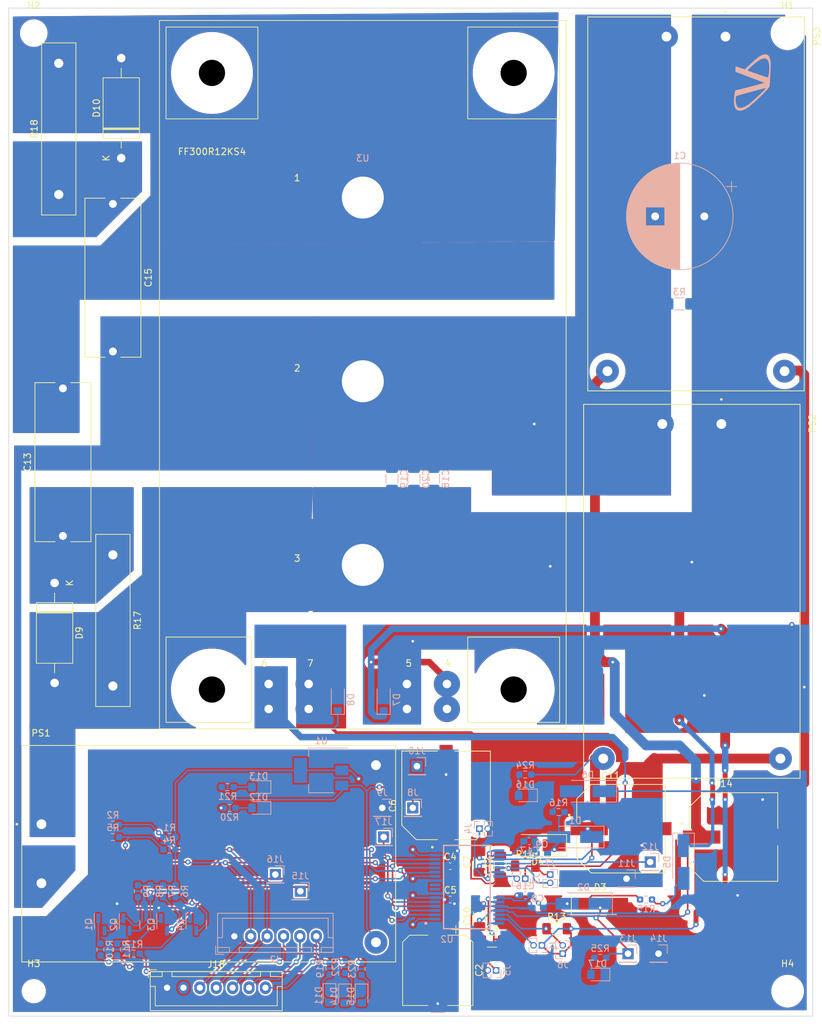
<source format=kicad_pcb>
(kicad_pcb (version 20211014) (generator pcbnew)
  (layers (0 "F.Cu" signal) (31 "B.Cu" signal) (34 "B.Paste" user) (35 "F.Paste" user) (36 "B.SilkS" user "B.Silkscreen") (37 "F.SilkS" user "F.Silkscreen") (38 "B.Mask" user) (39 "F.Mask" user) (44 "Edge.Cuts" user))
  (net 0 "")
  (net 1 "+BATT")
  (net 2 "-BATT")
  (net 3 "+5V")
  (net 4 "GNDD")
  (net 5 "Net-(C6-Pad1)")
  (net 6 "VDrive0")
  (net 7 "VDrive1")
  (net 8 "GND1")
  (net 9 "Net-(C16-Pad1)")
  (net 10 "Net-(C17-Pad1)")
  (net 11 "Net-(C13-Pad1)")
  (net 12 "Net-(D5-Pad2)")
  (net 13 "Net-(D6-Pad2)")
  (net 14 "Net-(D7-Pad1)")
  (net 15 "Net-(D8-Pad1)")
  (net 16 "FLT")
  (net 17 "RDY")
  (net 18 "Net-(D11-Pad2)")
  (net 19 "Net-(D12-Pad2)")
  (net 20 "Net-(D13-Pad2)")
  (net 21 "Net-(Q1-Pad1)")
  (net 22 "Net-(Q1-Pad3)")
  (net 23 "RST")
  (net 24 "Net-(Q3-Pad1)")
  (net 25 "INHS1")
  (net 26 "Net-(Q4-Pad1)")
  (net 27 "INLS1")
  (net 28 "Net-(J6-Pad2)")
  (net 29 "Net-(J7-Pad2)")
  (net 32 "GND")
  (net 33 "Net-(C3-Pad2)")
  (net 34 "Net-(C15-Pad1)")
  (net 35 "Net-(C12-Pad2)")
  (net 36 "Net-(C13-Pad2)")
  (net 37 "Net-(J1-Pad2)")
  (net 38 "Net-(J3-Pad2)")
  (net 39 "Net-(D14-Pad2)")
  (net 40 "Net-(D15-Pad2)")
  (net 41 "Net-(D16-Pad2)")
  (net 42 "Net-(D17-Pad2)")
  (net 43 "Net-(J18-Pad7)")
  (net 44 "Net-(J18-Pad6)")
  (net 45 "Net-(J18-Pad5)")
  (footprint "Diode_THT:D_DO-201AE_P15.24mm_Horizontal" (layer "F.Cu") (at -203.835 -54.61 -90)
    (fp_text reference "D9")
    (fp_text value "D_Snub")
  )
  (footprint "MountingHole:MountingHole_3.2mm_M3" (layer "F.Cu") (at -92.075 7.62)
    (fp_text reference "H4")
    (fp_text value "MountingHole")
  )
  (footprint "Resistor_THT:R_Box_L26.0mm_W5.0mm_P20.00mm" (layer "F.Cu") (at -194.945 -58.895 -90)
    (fp_text reference "R17")
    (fp_text value "R_Snub")
  )
  (footprint "Connector_JST:JST_XH_B7B-XH-A_1x07_P2.50mm_Vertical" (layer "F.Cu") (at -186.69 7.095)
    (fp_text reference "J18")
    (fp_text value "Conn_01x07_Male")
  )
  (footprint "MountingHole:MountingHole_3.2mm_M3" (layer "F.Cu") (at -92.075 -138.43)
    (fp_text reference "H1")
    (fp_text value "MountingHole")
  )
  (footprint "Resistor_THT:R_Box_L26.0mm_W5.0mm_P20.00mm" (layer "F.Cu") (at -203.2 -113.825 90)
    (fp_text reference "R18")
    (fp_text value "R_Snub")
  )
  (footprint "Diode_THT:D_DO-201AE_P15.24mm_Horizontal" (layer "F.Cu") (at -193.675 -119.38 90)
    (fp_text reference "D10")
    (fp_text value "D_Snub")
  )
  (footprint "Capacitor_THT:C_Rect_L24.0mm_W8.3mm_P22.50mm_MKT" (layer "F.Cu") (at -202.565 -61.775 90)
    (fp_text reference "C13")
    (fp_text value "C_Snub")
  )
  (footprint "Diode_SMD:D_SMA_Handsoldering" (layer "F.Cu") (at -120.65 -5.715)
    (fp_text reference "D3")
    (fp_text value "D_Schottky")
  )
  (footprint "Diode_SMD:D_SMA_Handsoldering" (layer "F.Cu") (at -130.175 -14.605 180)
    (fp_text reference "D4")
    (fp_text value "D_Schottky")
  )
  (footprint "Resistor_SMD:R_1206_3216Metric_Pad1.30x1.75mm_HandSolder" (layer "F.Cu") (at -127.2775 -1.905)
    (fp_text reference "R13")
    (fp_text value "10")
  )
  (footprint "1000uF 25V Electrolytic SMD 13x14mm:CAP_EEEFK1E102AQ" (layer "F.Cu") (at -117.475 -17.145)
    (fp_text reference "C11")
    (fp_text value "1000uF")
  )
  (footprint "Capacitor_THT:C_Rect_L24.0mm_W8.3mm_P22.50mm_MKT" (layer "F.Cu") (at -194.945 -112.395 -90)
    (fp_text reference "C15")
    (fp_text value "C_Snub")
  )
  (footprint "Isolated_Power_Supply_HiLink:CONV_HLK-20M05" (layer "F.Cu") (at -106.045 -112.395 -90)
    (fp_text reference "PS3")
    (fp_text value "HLK-20M05")
  )
  (footprint "Capacitor_SMD:C_1206_3216Metric_Pad1.33x1.80mm_HandSolder" (layer "F.Cu") (at -139.065 -3.81 90)
    (fp_text reference "C10")
    (fp_text value "1uF")
  )
  (footprint "Capacitor_SMD:CP_Elec_10x10.5" (layer "F.Cu") (at -145.415 4.445 -90)
    (fp_text reference "C2")
    (fp_text value "1000uF")
  )
  (footprint "Capacitor_SMD:C_1206_3216Metric_Pad1.33x1.80mm_HandSolder" (layer "F.Cu") (at -139.065 -12.065 90)
    (fp_text reference "C7")
    (fp_text value "1uF")
  )
  (footprint "Capacitor_SMD:C_1206_3216Metric_Pad1.33x1.80mm_HandSolder" (layer "F.Cu") (at -135.89 -11.43 90)
    (fp_text reference "C12")
    (fp_text value "1uF")
  )
  (footprint "Isolated_Power_Supply_HiLink:CONV_HLK-20M05" (layer "F.Cu") (at -180.34 -13.335)
    (fp_text reference "PS1")
    (fp_text value "HLK-20M05")
  )
  (footprint "Isolated_Power_Supply_HiLink:CONV_HLK-20M05" (layer "F.Cu") (at -106.68 -53.34 -90)
    (fp_text reference "PS2")
    (fp_text value "HLK-20M05")
  )
  (footprint "MountingHole:MountingHole_3.2mm_M3" (layer "F.Cu") (at -207.01 -138.43)
    (fp_text reference "H2")
    (fp_text value "MountingHole")
  )
  (footprint "Capacitor_SMD:C_0603_1608Metric_Pad1.08x0.95mm_HandSolder" (layer "F.Cu") (at -143.51 -11.43)
    (fp_text reference "C4")
    (fp_text value "100nF")
  )
  (footprint "1000uF 25V Electrolytic SMD 13x14mm:CAP_EEEFK1E102AQ" (layer "F.Cu") (at -100.33 -15.875)
    (fp_text reference "C14")
    (fp_text value "1000uF")
  )
  (footprint "Capacitor_SMD:C_0603_1608Metric_Pad1.08x0.95mm_HandSolder" (layer "F.Cu") (at -143.51 -6.35)
    (fp_text reference "C5")
    (fp_text value "100nF")
  )
  (footprint "Resistor_SMD:R_1206_3216Metric_Pad1.30x1.75mm_HandSolder" (layer "F.Cu") (at -132.08 -11.43)
    (fp_text reference "R14")
    (fp_text value "10")
  )
  (footprint "1000uF 25V Electrolytic SMD 13x14mm:CAP_EEEFK1E102AQ" (layer "F.Cu") (at -144.145 -22.225 90)
    (fp_text reference "C6")
    (fp_text value "1000uF")
  )
  (footprint "MountingHole:MountingHole_3.2mm_M3" (layer "F.Cu") (at -207.01 7.62)
    (fp_text reference "H3")
    (fp_text value "MountingHole")
  )
  (footprint "Capacitor_SMD:C_1206_3216Metric_Pad1.33x1.80mm_HandSolder" (layer "F.Cu") (at -137.16 0)
    (fp_text reference "C3")
    (fp_text value "1uF")
  )
  (footprint "LED_SMD:LED_0805_2012Metric_Pad1.15x1.40mm_HandSolder" (layer "B.Cu") (at -132.08 -22.225 180)
    (fp_text reference "D16")
    (fp_text value "LED")
  )
  (footprint "Resistor_SMD:R_0603_1608Metric_Pad0.98x0.95mm_HandSolder" (layer "B.Cu") (at -186.3325 -15.875 180)
    (fp_text reference "R1")
    (fp_text value "3.3K")
  )
  (footprint "Connector_PinHeader_1.27mm:PinHeader_1x02_P1.27mm_Vertical" (layer "B.Cu") (at -129.54 0.635 90)
    (fp_text reference "J1")
    (fp_text value "Conn_01x02_Male")
  )
  (footprint "New folder:SOP65P1030X265-36_32N-V" (layer "B.Cu") (at -140.97 -8.255)
    (fp_text reference "U2")
    (fp_text value "2ED020I12-F2")
  )
  (footprint "LED_SMD:LED_0805_2012Metric_Pad1.15x1.40mm_HandSolder" (layer "B.Cu") (at -159.575 8.39 -90)
    (fp_text reference "D14")
    (fp_text value "LED")
  )
  (footprint "LED_SMD:LED_0805_2012Metric_Pad1.15x1.40mm_HandSolder" (layer "B.Cu") (at -172.72 -20.32 180)
    (fp_text reference "D12")
    (fp_text value "LED")
  )
  (footprint "LED_SMD:LED_0805_2012Metric_Pad1.15x1.40mm_HandSolder" (layer "B.Cu") (at -161.925 8.335 -90)
    (fp_text reference "D11")
    (fp_text value "LED")
  )
  (footprint "Resistor_SMD:R_0603_1608Metric_Pad0.98x0.95mm_HandSolder" (layer "B.Cu") (at -161.925 4.1675 -90)
    (fp_text reference "R19")
    (fp_text value "470")
  )
  (footprint "Resistor_SMD:R_0603_1608Metric_Pad0.98x0.95mm_HandSolder" (layer "B.Cu") (at -157.035 4.2225 -90)
    (fp_text reference "R23")
    (fp_text value "470")
  )
  (footprint "Resistor_SMD:R_0603_1608Metric_Pad0.98x0.95mm_HandSolder" (layer "B.Cu") (at -186.3325 -13.97 180)
    (fp_text reference "R4")
    (fp_text value "3.3K")
  )
  (footprint "Resistor_SMD:R_0603_1608Metric_Pad0.98x0.95mm_HandSolder" (layer "B.Cu") (at -189.23 -7.62 90)
    (fp_text reference "R8")
    (fp_text value "1K")
  )
  (footprint "Package_TO_SOT_SMD:SOT-23" (layer "B.Cu") (at -192.405 -2.54 -90)
    (fp_text reference "Q2")
    (fp_text value "MMBT3904")
  )
  (footprint "LED_SMD:LED_0805_2012Metric_Pad1.15x1.40mm_HandSolder" (layer "B.Cu") (at -172.72 -23.495 180)
    (fp_text reference "D13")
    (fp_text value "LED")
  )
  (footprint "Resistor_SMD:R_0603_1608Metric_Pad0.98x0.95mm_HandSolder" (layer "B.Cu") (at -194.31 1.27 90)
    (fp_text reference "R11")
    (fp_text value "1K")
  )
  (footprint "Diode_SMD:D_SMA_Handsoldering" (layer "B.Cu") (at -124.46 -15.875 180)
    (fp_text reference "D1")
    (fp_text value "D_Schottky")
  )
  (footprint "Connector_PinHeader_2.54mm:PinHeader_1x01_P2.54mm_Vertical" (layer "B.Cu") (at -153.875 -20.32 180)
    (fp_text reference "J9")
    (fp_text value "Conn_01x01_Male")
  )
  (footprint "Resistor_SMD:R_0603_1608Metric_Pad0.98x0.95mm_HandSolder" (layer "B.Cu") (at -185.42 -7.62 90)
    (fp_text reference "R6")
    (fp_text value "1K")
  )
  (footprint "Package_TO_SOT_SMD:SOT-23" (layer "B.Cu") (at -196.215 -2.54 -90)
    (fp_text reference "Q1")
    (fp_text value "MMBT3904")
  )
  (footprint "Diode_SMD:D_SMA_Handsoldering" (layer "B.Cu") (at -122.555 -22.86 180)
    (fp_text reference "D6")
    (fp_text value "1N4007")
  )
  (footprint "Connector_PinHeader_2.54mm:PinHeader_1x01_P2.54mm_Vertical" (layer "B.Cu") (at -148.59 -26.67 180)
    (fp_text reference "J10")
    (fp_text value "Conn_01x01_Male")
  )
  (footprint "Capacitor_SMD:C_1206_3216Metric_Pad1.33x1.80mm_HandSolder" (layer "B.Cu") (at -149.05 -70.485 90)
    (fp_text reference "C20")
    (fp_text value "22nF")
  )
  (footprint "Connector_PinHeader_2.54mm:PinHeader_1x01_P2.54mm_Vertical" (layer "B.Cu") (at -166.37 -7.62 180)
    (fp_text reference "J15")
    (fp_text value "Conn_01x01_Male")
  )
  (footprint "Resistor_SMD:R_1206_3216Metric_Pad1.30x1.75mm_HandSolder" (layer "B.Cu") (at -108.585 -97.155 180)
    (fp_text reference "R3")
    (fp_text value "22K")
  )
  (footprint "Connector_PinHeader_1.27mm:PinHeader_1x02_P1.27mm_Vertical" (layer "B.Cu") (at -128.27 -10.16 180)
    (fp_text reference "J7")
    (fp_text value "Conn_01x02_Male")
  )
  (footprint "Diode_SMD:D_SOD-123" (layer "B.Cu") (at -153.67 -36.83 90)
    (fp_text reference "D7")
    (fp_text value "D_Zener")
  )
  (footprint "LED_SMD:LED_0805_2012Metric_Pad1.15x1.40mm_HandSolder" (layer "B.Cu") (at -157.035 8.39 -90)
    (fp_text reference "D15")
    (fp_text value "LED")
  )
  (footprint "Resistor_SMD:R_0603_1608Metric_Pad0.98x0.95mm_HandSolder" (layer "B.Cu") (at -194.945 -15.875 180)
    (fp_text reference "R5")
    (fp_text value "4.7K")
  )
  (footprint "Resistor_SMD:R_0603_1608Metric_Pad0.98x0.95mm_HandSolder" (layer "B.Cu") (at -132.08 -25.4 180)
    (fp_text reference "R24")
    (fp_text value "470")
  )
  (footprint "Connector_PinHeader_1.27mm:PinHeader_1x02_P1.27mm_Vertical" (layer "B.Cu") (at -132.08 -9.525 90)
    (fp_text reference "J3")
    (fp_text value "Conn_01x02_Male")
  )
  (footprint "Connector_PinHeader_2.54mm:PinHeader_1x01_P2.54mm_Vertical" (layer "B.Cu") (at -111.76 1.905 180)
    (fp_text reference "J14")
    (fp_text value "Conn_01x01_Male")
  )
  (footprint "Resistor_SMD:R_0603_1608Metric_Pad0.98x0.95mm_HandSolder" (layer "B.Cu") (at -191.77 1.905 180)
    (fp_text reference "R12")
    (fp_text value "1K")
  )
  (footprint "Resistor_SMD:R_0603_1608Metric_Pad0.98x0.95mm_HandSolder" (layer "B.Cu") (at -187.325 -7.62 90)
    (fp_text reference "R7")
    (fp_text value "1K")
  )
  (footprint "Resistor_SMD:R_0603_1608Metric_Pad0.98x0.95mm_HandSolder" (layer "B.Cu") (at -194.945 -17.78 180)
    (fp_text reference "R2")
    (fp_text value "4.7K")
  )
  (footprint "Resistor_SMD:R_0603_1608Metric_Pad0.98x0.95mm_HandSolder" (layer "B.Cu") (at -127 -19.685 180)
    (fp_text reference "R16")
    (fp_text value "1K")
  )
  (footprint "Vegapod_Logo:vegapod_logo" (layer "B.Cu") (at -97.155 -130.81 -90)
    (fp_text reference "G***" hide)
    (fp_text value "LOGO" hide)
  )
  (footprint "FF300IGBT:FF300R12KS4" (layer "B.Cu") (at -156.845 -120.36 180)
    (fp_text reference "U3")
    (fp_text value "FF300R12KS4" hide)
  )
  (footprint "Resistor_SMD:R_0603_1608Metric_Pad0.98x0.95mm_HandSolder" (layer "B.Cu") (at -120.65 2.54 180)
    (fp_text reference "R25")
    (fp_text value "470")
  )
  (footprint "Connector_PinHeader_2.54mm:PinHeader_1x01_P2.54mm_Vertical" (layer "B.Cu") (at -149.225 -20.32 180)
    (fp_text reference "J8")
    (fp_text value "Conn_01x01_Male")
  )
  (footprint "Capacitor_THT:CP_Radial_D16.0mm_P7.50mm" (layer "B.Cu") (at -104.775 -110.49 180)
    (fp_text reference "C1")
    (fp_text value "56uF")
  )
  (footprint "Connector_PinHeader_1.27mm:PinHeader_1x02_P1.27mm_Vertical" (layer "B.Cu") (at -139.065 -17.145 -90)
    (fp_text reference "J4")
    (fp_text value "Conn_01x02_Male")
  )
  (footprint "Connector_PinHeader_2.54mm:PinHeader_1x01_P2.54mm_Vertical" (layer "B.Cu") (at -116.41 1.905 180)
    (fp_text reference "J13")
    (fp_text value "Conn_01x01_Male")
  )
  (footprint "Package_TO_SOT_SMD:SOT-223-3_TabPin2" (layer "B.Cu") (at -163.195 -26.035 180)
    (fp_text reference "U1")
    (fp_text value "AMS1117-5.0")
  )
  (footprint "Package_TO_SOT_SMD:SOT-23" (layer "B.Cu") (at -182.245 -2.54 -90)
    (fp_text reference "Q4")
    (fp_text value "MMBT3904")
  )
  (footprint "Connector_PinHeader_1.27mm:PinHeader_1x02_P1.27mm_Vertical" (layer "B.Cu") (at -126.365 1.905)
    (fp_text reference "J6")
    (fp_text value "Conn_01x02_Male")
  )
  (footprint "Connector_PinHeader_2.54mm:PinHeader_1x01_P2.54mm_Vertical" (layer "B.Cu") (at -170.18 -10.16 180)
    (fp_text reference "J16")
    (fp_text value "Conn_01x01_Male")
  )
  (footprint "Capacitor_SMD:C_0603_1608Metric_Pad1.08x0.95mm_HandSolder" (layer "B.Cu") (at -131.445 -15.24)
    (fp_text reference "C17")
    (fp_text value "220pF")
  )
  (footprint "Resistor_SMD:R_0603_1608Metric_Pad0.98x0.95mm_HandSolder" (layer "B.Cu") (at -113.665 -6.35)
    (fp_text reference "R15")
    (fp_text value "1K")
  )
  (footprint "Connector_PinHeader_2.54mm:PinHeader_1x01_P2.54mm_Vertical" (layer "B.Cu") (at -153.67 -15.875 180)
    (fp_text reference "J17")
    (fp_text value "Conn_01x01_Male")
  )
  (footprint "Resistor_SMD:R_0603_1608Metric_Pad0.98x0.95mm_HandSolder" (layer "B.Cu") (at -191.135 -7.62 90)
    (fp_text reference "R9")
    (fp_text value "1K")
  )
  (footprint "Connector_PinHeader_2.54mm:PinHeader_1x01_P2.54mm_Vertical" (layer "B.Cu") (at -116.635 -9.525 180)
    (fp_text reference "J11")
    (fp_text value "Conn_01x01_Male")
  )
  (footprint "Connector_PinHeader_2.54mm:PinHeader_1x01_P2.54mm_Vertical" (layer "B.Cu") (at -113.03 -12.065 180)
    (fp_text reference "J12")
    (fp_text value "Conn_01x01_Male")
  )
  (footprint "Diode_SMD:D_SMA_Handsoldering" (layer "B.Cu") (at -123.19 -5.715 180)
    (fp_text reference "D2")
    (fp_text value "D_Schottky")
  )
  (footprint "Capacitor_SMD:C_0603_1608Metric_Pad1.08x0.95mm_HandSolder" (layer "B.Cu") (at -132.08 -6.985 180)
    (fp_text reference "C16")
    (fp_text value "220pF")
  )
  (footprint "Capacitor_SMD:C_0603_1608Metric_Pad1.08x0.95mm_HandSolder" (layer "B.Cu") (at -130.175 -5.08 180)
    (fp_text reference "C8")
    (fp_text value "220pF")
  )
  (footprint "Package_TO_SOT_SMD:SOT-23" (layer "B.Cu") (at -186.69 -2.54 -90)
    (fp_text reference "Q3")
    (fp_text value "MMBT3904")
  )
  (footprint "Connector_PinHeader_1.27mm:PinHeader_1x02_P1.27mm_Vertical" (layer "B.Cu") (at -136.525 4.445 90)
    (fp_text reference "J5")
    (fp_text value "Conn_01x02_Male")
  )
  (footprint "Resistor_SMD:R_0603_1608Metric_Pad0.98x0.95mm_HandSolder" (layer "B.Cu") (at -177.455 -23.495)
    (fp_text reference "R21")
    (fp_text value "470")
  )
  (footprint "Diode_SMD:D_SMA_Handsoldering" (layer "B.Cu") (at -107.95 -12.065 -90)
    (fp_text reference "D5")
    (fp_text value "1N4007")
  )
  (footprint "Capacitor_SMD:C_0603_1608Metric_Pad1.08x0.95mm_HandSolder" (layer "B.Cu") (at -129.54 -13.335 180)
    (fp_text reference "C9")
    (fp_text value "220pF")
  )
  (footprint "Resistor_SMD:R_0603_1608Metric_Pad0.98x0.95mm_HandSolder" (layer "B.Cu") (at -159.575 3.945 -90)
    (fp_text reference "R22")
    (fp_text value "470")
  )
  (footprint "Capacitor_SMD:C_1206_3216Metric_Pad1.33x1.80mm_HandSolder" (layer "B.Cu") (at -152.4 -70.485 90)
    (fp_text reference "C19")
    (fp_text value "22nF")
  )
  (footprint "Resistor_SMD:R_0603_1608Metric_Pad0.98x0.95mm_HandSolder" (layer "B.Cu") (at -177.165 -20.32)
    (fp_text reference "R20")
    (fp_text value "470")
  )
  (footprint "Capacitor_SMD:C_1206_3216Metric_Pad1.33x1.80mm_HandSolder" (layer "B.Cu") (at -146.05 -70.485 90)
    (fp_text reference "C18")
    (fp_text value "22nF")
  )
  (footprint "Resistor_SMD:R_0603_1608Metric_Pad0.98x0.95mm_HandSolder" (layer "B.Cu") (at -196.85 1.27 90)
    (fp_text reference "R10")
    (fp_text value "1K")
  )
  (footprint "LED_SMD:LED_0805_2012Metric_Pad1.15x1.40mm_HandSolder" (layer "B.Cu") (at -121.04 5.08 180)
    (fp_text reference "D17")
    (fp_text value "LED")
  )
  (footprint "Diode_SMD:D_SOD-123" (layer "B.Cu") (at -160.655 -36.83 90)
    (fp_text reference "D8")
    (fp_text value "D_Zener")
  )
  (footprint "Connector_JST:JST_XH_B6B-XH-A_1x06_P2.50mm_Vertical" (layer "B.Cu") (at -176.43 -0.745)
    (fp_text reference "J2")
    (fp_text value "Conn_01x06_Male")
  )
  (gr_rect (start -210.82 -142.24) (end -88.265 11.43) (layer "Edge.Cuts") (width 0.1) (fill none))
  (segment (start -103.505 -24.13) (end -103.5945 -24.13) (width 0.25) (layer "F.Cu") (net 1))
  (segment (start -103.505 -21.6795) (end -103.505 -24.13) (width 0.75) (layer "F.Cu") (net 1))
  (segment (start -108.585 -55.88) (end -108.585 -33.655) (width 1.5) (layer "F.Cu") (net 1))
  (segment (start -106.68 -57.785) (end -103.45 -61.015) (width 1.5) (layer "F.Cu") (net 1))
  (segment (start -106.68 -57.785) (end -108.585 -55.88) (width 1.5) (layer "F.Cu") (net 1))
  (segment (start -103.5945 -21.59) (end -103.505 -21.6795) (width 0.25) (layer "F.Cu") (net 1))
  (segment (start -103.45 -61.015) (end -103.45 -137.26) (width 1.5) (layer "F.Cu") (net 1))
  (via (at -103.5945 -24.13) (size 0.8) (drill 0.4) (layers "F.Cu" "B.Cu") (net 1))
  (via (at -106.68 -57.785) (size 0.8) (drill 0.4) (layers "F.Cu" "B.Cu") (net 1))
  (via (at -103.5945 -21.59) (size 0.8) (drill 0.4) (layers "F.Cu" "B.Cu") (net 1))
  (via (at -108.585 -33.655) (size 0.8) (drill 0.4) (layers "F.Cu" "B.Cu") (net 1))
  (via (at -128.27 -57.15) (size 0.8) (drill 0.4) (layers "F.Cu" "B.Cu") (net 1))
  (segment (start -125.515 -57.365) (end -125.73 -57.15) (width 0.25) (layer "B.Cu") (net 1))
  (segment (start -124.675 -57.365) (end -125.515 -57.365) (width 0.25) (layer "B.Cu") (net 1))
  (segment (start -194.15 -39.37) (end -193.675 -38.895) (width 0.25) (layer "B.Cu") (net 1))
  (segment (start -124.675 -57.365) (end -110.275 -57.365) (width 1.5) (layer "B.Cu") (net 1))
  (segment (start -103.5945 -24.13) (end -103.5945 -28.6645) (width 0.75) (layer "B.Cu") (net 1))
  (segment (start -103.5945 -28.6645) (end -108.585 -33.655) (width 0.75) (layer "B.Cu") (net 1))
  (segment (start -107.1 -57.365) (end -106.68 -57.785) (width 0.25) (layer "B.Cu") (net 1))
  (segment (start -103.505 -21.5005) (end -103.5945 -21.59) (width 0.25) (layer "B.Cu") (net 1))
  (segment (start -110.275 -57.365) (end -107.1 -57.365) (width 1.5) (layer "B.Cu") (net 1))
  (segment (start -104.14 -14.605) (end -103.505 -15.24) (width 0.5) (layer "B.Cu") (net 1))
  (segment (start -103.505 -15.24) (end -103.505 -19.05) (width 0.5) (layer "B.Cu") (net 1))
  (segment (start -128.27 -57.15) (end -125.73 -57.15) (width 0.25) (layer "B.Cu") (net 1))
  (segment (start -107.95 -14.565) (end -104.18 -14.565) (width 0.5) (layer "B.Cu") (net 1))
  (segment (start -157.799698 -57.365) (end -124.675 -57.365) (width 1.5) (layer "B.Cu") (net 1))
  (segment (start -107.1 -57.365) (end -106.045 -58.42) (width 1.5) (layer "B.Cu") (net 1))
  (segment (start -103.505 -20.955) (end -103.505 -21.5005) (width 0.75) (layer "B.Cu") (net 1))
  (segment (start -103.505 -19.05) (end -103.505 -20.955) (width 0.5) (layer "B.Cu") (net 1))
  (segment (start -104.18 -14.565) (end -104.14 -14.605) (width 0.25) (layer "B.Cu") (net 1))
  (segment (start -112.45 -78.84) (end -112.45 -137.26) (width 1.5) (layer "F.Cu") (net 2))
  (via (at -130.71 -78.84) (size 0.8) (drill 0.4) (layers "F.Cu" "B.Cu") (net 2))
  (segment (start -162.329698 -89.895) (end -157.799698 -85.365) (width 0.25) (layer "B.Cu") (net 2))
  (segment (start -151.274698 -78.84) (end -130.71 -78.84) (width 1.5) (layer "B.Cu") (net 2))
  (segment (start -130.71 -78.84) (end -112.45 -78.84) (width 1.5) (layer "B.Cu") (net 2))
  (segment (start -157.799698 -85.365) (end -151.274698 -78.84) (width 1.5) (layer "B.Cu") (net 2))
  (segment (start -149.225 -9.525) (end -149.225 -13.97) (width 0.25) (layer "F.Cu") (net 3))
  (segment (start -149.225 -2.54) (end -149.225 -6.985) (width 0.25) (layer "F.Cu") (net 3))
  (segment (start -157.48 -24.765) (end -157.475 -24.76) (width 0.25) (layer "F.Cu") (net 3))
  (segment (start -149.225 -9.525) (end -149.225 -6.985) (width 0.25) (layer "F.Cu") (net 3))
  (via (at -178.435 -20.32) (size 0.8) (drill 0.4) (layers "F.Cu" "B.Cu") (net 3))
  (via (at -149.225 -13.97) (size 0.8) (drill 0.4) (layers "F.Cu" "B.Cu") (net 3))
  (via (at -149.225 -9.525) (size 0.8) (drill 0.4) (layers "F.Cu" "B.Cu") (net 3))
  (via (at -149.225 -6.985) (size 0.8) (drill 0.4) (layers "F.Cu" "B.Cu") (net 3))
  (via (at -144.3725 -12.7) (size 0.8) (drill 0.4) (layers "F.Cu" "B.Cu") (net 3))
  (via (at -157.48 -24.765) (size 0.8) (drill 0.4) (layers "F.Cu" "B.Cu") (net 3))
  (via (at -144.3725 -6.35) (size 0.8) (drill 0.4) (layers "F.Cu" "B.Cu") (net 3))
  (via (at -149.225 -2.54) (size 0.8) (drill 0.4) (layers "F.Cu" "B.Cu") (net 3))
  (segment (start -144.145 -12.7) (end -144.3725 -12.7) (width 0.25) (layer "B.Cu") (net 3))
  (segment (start -148.87 -6.63) (end -149.225 -6.985) (width 0.25) (layer "B.Cu") (net 3))
  (segment (start -187.325 -8.5325) (end -185.42 -8.5325) (width 0.25) (layer "B.Cu") (net 3))
  (segment (start -158.75 -26.035) (end -158.115 -25.4) (width 0.25) (layer "B.Cu") (net 3))
  (segment (start -166.345 -26.035) (end -183.515 -26.035) (width 0.25) (layer "B.Cu") (net 3))
  (segment (start -185.42 -8.5325) (end -185.42 -24.13) (width 0.25) (layer "B.Cu") (net 3))
  (segment (start -148.87 -9.88) (end -149.225 -9.525) (width 0.25) (layer "B.Cu") (net 3))
  (segment (start -189.23 -8.5325) (end -187.325 -8.5325) (width 0.25) (layer "B.Cu") (net 3))
  (segment (start -144.575 -13.13) (end -144.145 -12.7) (width 0.25) (layer "B.Cu") (net 3))
  (segment (start -191.135 -8.5325) (end -189.23 -8.5325) (width 0.25) (layer "B.Cu") (net 3))
  (segment (start -145.835 -13.13) (end -148.385 -13.13) (width 0.25) (layer "B.Cu") (net 3))
  (segment (start -160.045 -26.035) (end -158.75 -26.035) (width 0.25) (layer "B.Cu") (net 3))
  (segment (start -145.835 -13.13) (end -144.575 -13.13) (width 0.25) (layer "B.Cu") (net 3))
  (segment (start -183.515 -26.035) (end -185.42 -24.13) (width 0.25) (layer "B.Cu") (net 3))
  (segment (start -145.835 -3.38) (end -148.385 -3.38) (width 0.25) (layer "B.Cu") (net 3))
  (segment (start -148.385 -13.13) (end -149.225 -13.97) (width 0.25) (layer "B.Cu") (net 3))
  (segment (start -148.385 -3.38) (end -149.225 -2.54) (width 0.25) (layer "B.Cu") (net 3))
  (segment (start -145.835 -9.88) (end -148.87 -9.88) (width 0.25) (layer "B.Cu") (net 3))
  (segment (start -166.345 -26.035) (end -160.045 -26.035) (width 0.25) (layer "B.Cu") (net 3))
  (segment (start -144.6525 -6.63) (end -144.3725 -6.35) (width 0.25) (layer "B.Cu") (net 3))
  (segment (start -145.835 -6.63) (end -144.6525 -6.63) (width 0.25) (layer "B.Cu") (net 3))
  (segment (start -158.115 -25.4) (end -157.48 -24.765) (width 0.25) (layer "B.Cu") (net 3))
  (segment (start -145.835 -6.63) (end -148.87 -6.63) (width 0.25) (layer "B.Cu") (net 3))
  (segment (start -142.6475 -13.5625) (end -142.6475 -11.43) (width 0.25) (layer "F.Cu") (net 4))
  (segment (start -184.15 -5.08) (end -187.96 -5.08) (width 0.25) (layer "F.Cu") (net 4))
  (segment (start -142.875 -5.715) (end -142.875 -6.1225) (width 0.25) (layer "F.Cu") (net 4))
  (segment (start -187.96 -5.08) (end -193.675 -5.08) (width 0.25) (layer "F.Cu") (net 4))
  (segment (start -193.675 -5.08) (end -194.31 -5.715) (width 0.25) (layer "F.Cu") (net 4))
  (segment (start -142.43 -13.78) (end -142.6475 -13.5625) (width 0.25) (layer "F.Cu") (net 4))
  (segment (start -142.875 -6.1225) (end -142.6475 -6.35) (width 0.25) (layer "F.Cu") (net 4))
  (via (at -194.31 -5.715) (size 0.8) (drill 0.4) (layers "F.Cu" "B.Cu") (net 4))
  (via (at -144.145 -25.4) (size 0.8) (drill 0.4) (layers "F.Cu" "B.Cu") (net 4))
  (via (at -142.875 -5.715) (size 0.8) (drill 0.4) (layers "F.Cu" "B.Cu") (net 4))
  (via (at -184.15 -5.08) (size 0.8) (drill 0.4) (layers "F.Cu" "B.Cu") (net 4))
  (via (at -142.43 -13.78) (size 0.8) (drill 0.4) (layers "F.Cu" "B.Cu") (net 4))
  (via (at -145.415 9.525) (size 0.8) (drill 0.4) (layers "F.Cu" "B.Cu") (net 4))
  (via (at -187.96 -5.08) (size 0.8) (drill 0.4) (layers "F.Cu" "B.Cu") (net 4))
  (segment (start -187.3425 -5.08) (end -187.96 -5.08) (width 0.25) (layer "B.Cu") (net 4))
  (segment (start -142.24 -10.16) (end -142.24 -7.62) (width 0.25) (layer "B.Cu") (net 4))
  (segment (start -144.75 -9.23) (end -144.455 -9.525) (width 0.25) (layer "B.Cu") (net 4))
  (segment (start -185.74 -3.4775) (end -187.3425 -5.08) (width 0.25) (layer "B.Cu") (net 4))
  (segment (start -142.24 -13.97) (end -142.24 -10.16) (width 0.25) (layer "B.Cu") (net 4))
  (segment (start -142.685 -2.73) (end -142.24 -3.175) (width 0.25) (layer "B.Cu") (net 4))
  (segment (start -142.24 -5.08) (end -142.875 -5.715) (width 0.25) (layer "B.Cu") (net 4))
  (segment (start -181.295 -3.4775) (end -182.8975 -5.08) (width 0.25) (layer "B.Cu") (net 4))
  (segment (start -142.24 -5.08) (end -142.24 -7.62) (width 0.25) (layer "B.Cu") (net 4))
  (segment (start -145.835 -2.73) (end -142.685 -2.73) (width 0.25) (layer "B.Cu") (net 4))
  (segment (start -193.6925 -5.715) (end -194.31 -5.715) (width 0.25) (layer "B.Cu") (net 4))
  (segment (start -142.24 -9.525) (end -142.24 -10.16) (width 0.25) (layer "B.Cu") (net 4))
  (segment (start -142.24 -3.175) (end -142.24 -5.08) (width 0.25) (layer "B.Cu") (net 4))
  (segment (start -142.43 -13.78) (end -142.24 -13.97) (width 0.25) (layer "B.Cu") (net 4))
  (segment (start -195.265 -3.4775) (end -195.265 -3.495) (width 0.25) (layer "B.Cu") (net 4))
  (segment (start -145.835 -13.78) (end -142.43 -13.78) (width 0.25) (layer "B.Cu") (net 4))
  (segment (start -144.455 -9.525) (end -142.24 -9.525) (width 0.25) (layer "B.Cu") (net 4))
  (segment (start -191.455 -3.4775) (end -193.6925 -5.715) (width 0.25) (layer "B.Cu") (net 4))
  (segment (start -145.835 -9.23) (end -144.75 -9.23) (width 0.25) (layer "B.Cu") (net 4))
  (segment (start -145.835 -7.28) (end -142.58 -7.28) (width 0.25) (layer "B.Cu") (net 4))
  (segment (start -182.8975 -5.08) (end -184.15 -5.08) (width 0.25) (layer "B.Cu") (net 4))
  (segment (start -142.58 -7.28) (end -142.24 -7.62) (width 0.25) (layer "B.Cu") (net 4))
  (segment (start -149.225 -22.225) (end -147.955 -23.495) (width 0.25) (layer "F.Cu") (net 5))
  (segment (start -144.145 -18.66) (end -144.145 -19.685) (width 0.25) (layer "F.Cu") (net 5))
  (segment (start -147.955 -23.495) (end -154.305 -23.495) (width 0.25) (layer "F.Cu") (net 5))
  (segment (start -149.225 -20.32) (end -149.225 -22.225) (width 0.25) (layer "F.Cu") (net 5))
  (segment (start -144.145 -19.685) (end -147.955 -23.495) (width 0.25) (layer "F.Cu") (net 5))
  (via (at -154.305 -23.495) (size 0.8) (drill 0.4) (layers "F.Cu" "B.Cu") (net 5))
  (segment (start -156.235 -22.885) (end -157.085 -23.735) (width 0.25) (layer "B.Cu") (net 5))
  (segment (start -156.235 -1.93) (end -154.84 -0.535) (width 0.25) (layer "B.Cu") (net 5))
  (segment (start -157.085 -23.735) (end -160.045 -23.735) (width 0.25) (layer "B.Cu") (net 5))
  (segment (start -155.625 -23.495) (end -154.305 -23.495) (width 0.25) (layer "B.Cu") (net 5))
  (segment (start -156.235 -22.885) (end -156.235 -1.93) (width 0.25) (layer "B.Cu") (net 5))
  (segment (start -161.29 -21.59) (end -160.045 -22.835) (width 0.25) (layer "B.Cu") (net 5))
  (segment (start -176.4625 -21.59) (end -161.29 -21.59) (width 0.25) (layer "B.Cu") (net 5))
  (segment (start -154.84 -0.535) (end -154.84 0.165) (width 0.25) (layer "B.Cu") (net 5))
  (segment (start -160.045 -22.835) (end -160.045 -23.735) (width 0.25) (layer "B.Cu") (net 5))
  (segment (start -156.235 -22.885) (end -155.625 -23.495) (width 0.25) (layer "B.Cu") (net 5))
  (segment (start -178.3675 -23.495) (end -176.4625 -21.59) (width 0.25) (layer "B.Cu") (net 5))
  (segment (start -121.92 -18.17) (end -121.675 -18.415) (width 0.25) (layer "F.Cu") (net 6))
  (segment (start -122.555 -17.535) (end -121.675 -18.415) (width 0.25) (layer "F.Cu") (net 6))
  (segment (start -139.065 -11.43) (end -139.065 -10.5025) (width 0.25) (layer "F.Cu") (net 6))
  (segment (start -121.45 -18.64) (end -121.45 -27.84) (width 1.5) (layer "F.Cu") (net 6))
  (segment (start -122.555 -17.145) (end -122.555 -17.535) (width 0.25) (layer "F.Cu") (net 6))
  (segment (start -121.675 -18.415) (end -121.45 -18.64) (width 0.25) (layer "F.Cu") (net 6))
  (segment (start -121.92 -12.7) (end -121.92 -18.17) (width 0.25) (layer "F.Cu") (net 6))
  (via (at -139.065 -11.43) (size 0.8) (drill 0.4) (layers "F.Cu" "B.Cu") (net 6))
  (via (at -122.555 -17.145) (size 0.8) (drill 0.4) (layers "F.Cu" "B.Cu") (net 6))
  (via (at -121.92 -12.7) (size 0.8) (drill 0.4) (layers "F.Cu" "B.Cu") (net 6))
  (segment (start -138.665 -11.83) (end -139.065 -11.43) (width 0.25) (layer "B.Cu") (net 6))
  (segment (start -122.79 -11.83) (end -122.555 -12.065) (width 0.25) (layer "B.Cu") (net 6))
  (segment (start -121.96 -16.55) (end -122.555 -17.145) (width 0.25) (layer "B.Cu") (net 6))
  (segment (start -131.1675 -25.4) (end -124.46 -25.4) (width 0.25) (layer "B.Cu") (net 6))
  (segment (start -122.555 -12.065) (end -113.03 -12.065) (width 0.25) (layer "B.Cu") (net 6))
  (segment (start -122.02 -27.84) (end -120.18 -27.84) (width 0.25) (layer "B.Cu") (net 6))
  (segment (start -121.96 -15.875) (end -121.96 -16.55) (width 0.25) (layer "B.Cu") (net 6))
  (segment (start -124.46 -25.4) (end -122.02 -27.84) (width 0.25) (layer "B.Cu") (net 6))
  (segment (start -136.105 -11.83) (end -138.665 -11.83) (width 0.25) (layer "B.Cu") (net 6))
  (segment (start -122.555 -12.065) (end -121.92 -12.7) (width 0.25) (layer "B.Cu") (net 6))
  (segment (start -136.105 -11.83) (end -122.79 -11.83) (width 0.25) (layer "B.Cu") (net 6))
  (segment (start -105.9225 -17.2675) (end -106.045 -17.39) (width 1.5) (layer "F.Cu") (net 7))
  (segment (start -120.015 -42.545) (end -121.45 -43.98) (width 1.5) (layer "F.Cu") (net 7))
  (segment (start -105.9225 -17.2675) (end -105.18 -16.525) (width 1.5) (layer "F.Cu") (net 7))
  (segment (start -106.045 -17.39) (end -106.045 -24.765) (width 1.5) (layer "F.Cu") (net 7))
  (segment (start -121.45 -84.99) (end -119.545 -86.895) (width 1.5) (layer "F.Cu") (net 7))
  (segment (start -118.745 -42.545) (end -120.015 -42.545) (width 1.5) (layer "F.Cu") (net 7))
  (segment (start -107.315 -4.445) (end -107.315 -14.605) (width 0.25) (layer "F.Cu") (net 7))
  (segment (start -120.65 -5.08) (end -120.65 -4.1905) (width 0.25) (layer "F.Cu") (net 7))
  (segment (start -105.18 -16.525) (end -105.18 -15.875) (width 1.5) (layer "F.Cu") (net 7))
  (segment (start -139.065 -3.175) (end -139.065 -2.2475) (width 0.25) (layer "F.Cu") (net 7))
  (segment (start -106.045 -15.875) (end -105.18 -15.875) (width 0.25) (layer "F.Cu") (net 7))
  (segment (start -121.45 -43.98) (end -121.45 -84.99) (width 1.5) (layer "F.Cu") (net 7))
  (segment (start -120.65 -4.1905) (end -121.285 -3.5555) (width 0.25) (layer "F.Cu") (net 7))
  (segment (start -107.315 -14.605) (end -106.045 -15.875) (width 0.25) (layer "F.Cu") (net 7))
  (segment (start -116.41 1.3195) (end -121.285 -3.5555) (width 0.25) (layer "F.Cu") (net 7))
  (segment (start -116.41 1.905) (end -116.41 1.3195) (width 0.25) (layer "F.Cu") (net 7))
  (via (at -106.045 -24.765) (size 0.8) (drill 0.4) (layers "F.Cu" "B.Cu") (net 7))
  (via (at -107.315 -4.445) (size 0.8) (drill 0.4) (layers "F.Cu" "B.Cu") (net 7))
  (via (at -118.745 -42.545) (size 0.8) (drill 0.4) (layers "F.Cu" "B.Cu") (net 7))
  (via (at -139.065 -3.175) (size 0.8) (drill 0.4) (layers "F.Cu" "B.Cu") (net 7))
  (via (at -120.65 -5.08) (size 0.8) (drill 0.4) (layers "F.Cu" "B.Cu") (net 7))
  (via (at -121.285 -3.5555) (size 0.8) (drill 0.4) (layers "F.Cu" "B.Cu") (net 7))
  (segment (start -120.69 -5.12) (end -120.65 -5.08) (width 0.25) (layer "B.Cu") (net 7))
  (segment (start -106.045 -24.765) (end -106.045 -27.305) (width 1.5) (layer "B.Cu") (net 7))
  (segment (start -118.4275 -34.6075) (end -118.4275 -42.2275) (width 1.5) (layer "B.Cu") (net 7))
  (segment (start -119.7375 2.54) (end -119.1025 1.905) (width 0.25) (layer "B.Cu") (net 7))
  (segment (start -113.665 -29.845) (end -118.4275 -34.6075) (width 1.5) (layer "B.Cu") (net 7))
  (segment (start -119.1025 1.905) (end -116.41 1.905) (width 0.25) (layer "B.Cu") (net 7))
  (segment (start -134.62 -4.445) (end -133.985 -4.445) (width 0.25) (layer "B.Cu") (net 7))
  (segment (start -138.695 -3.175) (end -139.065 -3.175) (width 0.25) (layer "B.Cu") (net 7))
  (segment (start -120.69 -5.715) (end -120.69 -5.12) (width 0.25) (layer "B.Cu") (net 7))
  (segment (start -118.4275 -42.2275) (end -118.745 -42.545) (width 1.5) (layer "B.Cu") (net 7))
  (segment (start -133.35 -3.81) (end -121.92 -3.81) (width 0.25) (layer "B.Cu") (net 7))
  (segment (start -111.125 -29.845) (end -113.665 -29.845) (width 1.5) (layer "B.Cu") (net 7))
  (segment (start -121.5395 -3.81) (end -121.92 -3.81) (width 0.25) (layer "B.Cu") (net 7))
  (segment (start -121.92 -3.81) (end -107.95 -3.81) (width 0.25) (layer "B.Cu") (net 7))
  (segment (start -121.285 -3.5555) (end -121.5395 -3.81) (width 0.25) (layer "B.Cu") (net 7))
  (segment (start -108.585 -29.845) (end -111.125 -29.845) (width 1.5) (layer "B.Cu") (net 7))
  (segment (start -106.045 -27.305) (end -108.585 -29.845) (width 1.5) (layer "B.Cu") (net 7))
  (segment (start -134.855 -4.68) (end -134.62 -4.445) (width 0.25) (layer "B.Cu") (net 7))
  (segment (start -107.95 -3.81) (end -107.315 -4.445) (width 0.25) (layer "B.Cu") (net 7))
  (segment (start -136.105 -4.68) (end -137.19 -4.68) (width 0.25) (layer "B.Cu") (net 7))
  (segment (start -137.19 -4.68) (end -138.695 -3.175) (width 0.25) (layer "B.Cu") (net 7))
  (segment (start -133.985 -4.445) (end -133.35 -3.81) (width 0.25) (layer "B.Cu") (net 7))
  (segment (start -136.105 -4.68) (end -134.855 -4.68) (width 0.25) (layer "B.Cu") (net 7))
  (segment (start -92.445 -86.995) (end -92.545 -86.895) (width 1.5) (layer "F.Cu") (net 8))
  (segment (start -96.2025 -21.2725) (end -94.615 -22.86) (width 1.5) (layer "F.Cu") (net 8))
  (segment (start -94.615 -22.86) (end -90.805 -22.86) (width 1.5) (layer "F.Cu") (net 8))
  (segment (start -90.17 -86.995) (end -92.445 -86.995) (width 1.5) (layer "F.Cu") (net 8))
  (segment (start -139.065 -5.3725) (end -140.29 -4.1475) (width 0.25) (layer "F.Cu") (net 8))
  (segment (start -95.48 -20.55) (end -95.48 -18.645) (width 1.5) (layer "F.Cu") (net 8))
  (segment (start -89.535 -38.735) (end -89.535 -81.345) (width 1.5) (layer "F.Cu") (net 8))
  (segment (start -89.535 -24.13) (end -89.535 -38.735) (width 1.5) (layer "F.Cu") (net 8))
  (segment (start -95.48 -18.645) (end -95.48 -17.78) (width 1.5) (layer "F.Cu") (net 8))
  (segment (start -118.15 -5.715) (end -115.9505 -5.715) (width 0.25) (layer "F.Cu") (net 8))
  (segment (start -89.535 -81.345) (end -89.535 -86.36) (width 1.5) (layer "F.Cu") (net 8))
  (segment (start -99.305 -17.78) (end -95.48 -17.78) (width 0.25) (layer "F.Cu") (net 8))
  (segment (start -138.43 -5.715) (end -138.7225 -5.715) (width 0.25) (layer "F.Cu") (net 8))
  (segment (start -89.535 -86.36) (end -90.17 -86.995) (width 1.5) (layer "F.Cu") (net 8))
  (segment (start -138.7225 -5.715) (end -139.065 -5.3725) (width 0.25) (layer "F.Cu") (net 8))
  (segment (start -140.29 -4.1475) (end -140.29 -0.2975) (width 0.25) (layer "F.Cu") (net 8))
  (segment (start -96.2025 -21.2725) (end -94.9325 -22.5425) (width 1.5) (layer "F.Cu") (net 8))
  (segment (start -115.9505 -5.715) (end -114.77 -4.5345) (width 0.25) (layer "F.Cu") (net 8))
  (segment (start -140.29 -0.2975) (end -139.065 0.9275) (width 0.25) (layer "F.Cu") (net 8))
  (segment (start -99.695 -17.39) (end -99.305 -17.78) (width 0.25) (layer "F.Cu") (net 8))
  (segment (start -90.805 -22.86) (end -89.535 -24.13) (width 1.5) (layer "F.Cu") (net 8))
  (segment (start -95.885 -21.59) (end -94.9325 -22.5425) (width 0.25) (layer "F.Cu") (net 8))
  (segment (start -139.065 3.175) (end -137.795 4.445) (width 0.25) (layer "F.Cu") (net 8))
  (segment (start -95.48 -18.645) (end -95.48 -15.875) (width 1.5) (layer "F.Cu") (net 8))
  (segment (start -139.065 0.9275) (end -139.065 3.175) (width 0.25) (layer "F.Cu") (net 8))
  (segment (start -99.695 -6.985) (end -99.695 -17.39) (width 0.25) (layer "F.Cu") (net 8))
  (segment (start -96.2025 -21.2725) (end -95.48 -20.55) (width 1.5) (layer "F.Cu") (net 8))
  (via (at -95.885 -21.59) (size 0.8) (drill 0.4) (layers "F.Cu" "B.Cu") (net 8))
  (via (at -104.775 -37.465) (size 0.8) (drill 0.4) (layers "F.Cu" "B.Cu") (net 8))
  (via (at -138.43 -5.715) (size 0.8) (drill 0.4) (layers "F.Cu" "B.Cu") (net 8))
  (via (at -131.445 -5.715) (size 0.8) (drill 0.4) (layers "F.Cu" "B.Cu") (net 8))
  (via (at -133.35 -6.985) (size 0.8) (drill 0.4) (layers "F.Cu" "B.Cu") (net 8))
  (via (at -91.44 -48.26) (size 0.8) (drill 0.4) (layers "F.Cu" "B.Cu") (net 8))
  (via (at -149.225 -45.72) (size 0.8) (drill 0.4) (layers "F.Cu" "B.Cu") (net 8))
  (via (at -114.77 -4.5345) (size 0.8) (drill 0.4) (layers "F.Cu" "B.Cu") (net 8))
  (via (at -99.695 -6.985) (size 0.8) (drill 0.4) (layers "F.Cu" "B.Cu") (net 8))
  (via (at -89.535 -38.735) (size 0.8) (drill 0.4) (layers "F.Cu" "B.Cu") (net 8))
  (segment (start -150.276698 -38.48) (end -149.544698 -39.212) (width 0.25) (layer "B.Cu") (net 8))
  (segment (start -136.105 -5.33) (end -138.045 -5.33) (width 0.25) (layer "B.Cu") (net 8))
  (segment (start -108.585 -6.35) (end -107.95 -6.985) (width 0.25) (layer "B.Cu") (net 8))
  (segment (start -136.105 -5.33) (end -134.87 -5.33) (width 0.25) (layer "B.Cu") (net 8))
  (segment (start -110.655 -4.28) (end -108.585 -6.35) (width 0.25) (layer "B.Cu") (net 8))
  (segment (start -153.67 -38.48) (end -150.276698 -38.48) (width 0.25) (layer "B.Cu") (net 8))
  (segment (start -138.045 -5.33) (end -138.43 -5.715) (width 0.25) (layer "B.Cu") (net 8))
  (segment (start -107.95 -6.985) (end -99.695 -6.985) (width 0.25) (layer "B.Cu") (net 8))
  (segment (start -134.62 -5.08) (end -134.77 -5.23) (width 0.25) (layer "B.Cu") (net 8))
  (segment (start -131.0375 -5.08) (end -130.2375 -4.28) (width 0.25) (layer "B.Cu") (net 8))
  (segment (start -97.155 -22.86) (end -95.885 -21.59) (width 0.25) (layer "B.Cu") (net 8))
  (segment (start -120.055 -22.86) (end -97.155 -22.86) (width 0.25) (layer "B.Cu") (net 8))
  (segment (start -131.0375 -5.08) (end -134.62 -5.08) (width 0.25) (layer "B.Cu") (net 8))
  (segment (start -130.2375 -4.28) (end -110.655 -4.28) (width 0.25) (layer "B.Cu") (net 8))
  (segment (start -134.87 -5.33) (end -134.62 -5.08) (width 0.25) (layer "B.Cu") (net 8))
  (segment (start -134.77 -5.23) (end -135.255 -5.23) (width 0.25) (layer "B.Cu") (net 8))
  (segment (start -123.15 -5.715) (end -125.69 -5.715) (width 0.25) (layer "F.Cu") (net 9))
  (segment (start -115.1675 -6.94) (end -121.925 -6.94) (width 0.25) (layer "F.Cu") (net 9))
  (segment (start -114.5775 -6.35) (end -115.1675 -6.94) (width 0.25) (layer "F.Cu") (net 9))
  (segment (start -121.925 -6.94) (end -123.15 -5.715) (width 0.25) (layer "F.Cu") (net 9))
  (via (at -114.5775 -6.35) (size 0.8) (drill 0.4) (layers "F.Cu" "B.Cu") (net 9))
  (via (at -130.06125 -5.82875) (size 0.8) (drill 0.4) (layers "F.Cu" "B.Cu") (net 9))
  (via (at -125.69 -5.715) (size 0.8) (drill 0.4) (layers "F.Cu" "B.Cu") (net 9))
  (segment (start -130.06125 -5.82875) (end -129.3125 -5.08) (width 0.25) (layer "B.Cu") (net 9))
  (segment (start -136.07 -6.53) (end -134.165 -6.53) (width 0.25) (layer "B.Cu") (net 9))
  (segment (start -133.82 -6.185) (end -132.0175 -6.185) (width 0.25) (layer "B.Cu") (net 9))
  (segment (start -125.69 -5.715) (end -128.6775 -5.715) (width 0.25) (layer "B.Cu") (net 9))
  (segment (start -128.6775 -5.715) (end -129.3125 -5.08) (width 0.25) (layer "B.Cu") (net 9))
  (segment (start -130.7625 -6.53) (end -130.06125 -5.82875) (width 0.25) (layer "B.Cu") (net 9))
  (segment (start -132.0175 -6.185) (end -131.2175 -6.985) (width 0.25) (layer "B.Cu") (net 9))
  (segment (start -134.165 -6.53) (end -133.82 -6.185) (width 0.25) (layer "B.Cu") (net 9))
  (segment (start -136.105 -6.63) (end -136.105 -6.565) (width 0.25) (layer "B.Cu") (net 9))
  (segment (start -136.105 -6.565) (end -136.07 -6.53) (width 0.25) (layer "B.Cu") (net 9))
  (segment (start -126.405 -15.2) (end -127.635 -13.97) (width 0.25) (layer "F.Cu") (net 10))
  (segment (start -126.405 -15.24) (end -126.405 -15.2) (width 0.25) (layer "F.Cu") (net 10))
  (via (at -127.635 -13.97) (size 0.8) (drill 0.4) (layers "F.Cu" "B.Cu") (net 10))
  (segment (start -126.0875 -19.685) (end -126.96 -18.8125) (width 0.25) (layer "B.Cu") (net 10))
  (segment (start -126.96 -15.0525) (end -128.6775 -13.335) (width 0.25) (layer "B.Cu") (net 10))
  (segment (start -136.105 -13.13) (end -134.19 -13.13) (width 0.25) (layer "B.Cu") (net 10))
  (segment (start -127.635 -13.97) (end -128.0425 -13.97) (width 0.25) (layer "B.Cu") (net 10))
  (segment (start -126.96 -18.8125) (end -126.96 -15.875) (width 0.25) (layer "B.Cu") (net 10))
  (segment (start -127.125 -16.04) (end -131.5075 -16.04) (width 0.25) (layer "B.Cu") (net 10))
  (segment (start -126.96 -15.875) (end -127.125 -16.04) (width 0.25) (layer "B.Cu") (net 10))
  (segment (start -132.3075 -15.0125) (end -134.19 -13.13) (width 0.25) (layer "B.Cu") (net 10))
  (segment (start -128.0425 -13.97) (end -128.6775 -13.335) (width 0.25) (layer "B.Cu") (net 10))
  (segment (start -132.3075 -15.24) (end -132.3075 -15.0125) (width 0.25) (layer "B.Cu") (net 10))
  (segment (start -126.96 -15.875) (end -126.96 -15.0525) (width 0.25) (layer "B.Cu") (net 10))
  (segment (start -131.5075 -16.04) (end -132.3075 -15.24) (width 0.25) (layer "B.Cu") (net 10))
  (segment (start -203.02 -61.775) (end -202.565 -61.775) (width 0.25) (layer "B.Cu") (net 11))
  (segment (start -112.1175 -5.715) (end -112.7525 -6.35) (width 0.25) (layer "F.Cu") (net 12))
  (segment (start -111.125 -5.715) (end -112.1175 -5.715) (width 0.25) (layer "F.Cu") (net 12))
  (via (at -112.7525 -6.35) (size 0.8) (drill 0.4) (layers "F.Cu" "B.Cu") (net 12))
  (via (at -111.125 -5.715) (size 0.8) (drill 0.4) (layers "F.Cu" "B.Cu") (net 12))
  (segment (start -110.49 -5.715) (end -111.125 -5.715) (width 0.25) (layer "B.Cu") (net 12))
  (segment (start -107.95 -9.565) (end -109.22 -8.295) (width 0.25) (layer "B.Cu") (net 12))
  (segment (start -109.22 -8.295) (end -109.22 -6.985) (width 0.25) (layer "B.Cu") (net 12))
  (segment (start -109.22 -6.985) (end -110.49 -5.715) (width 0.25) (layer "B.Cu") (net 12))
  (segment (start -127.9125 -19.685) (end -127.9125 -20.0025) (width 0.25) (layer "B.Cu") (net 13))
  (segment (start -127.9125 -20.0025) (end -125.055 -22.86) (width 0.25) (layer "B.Cu") (net 13))
  (segment (start -101.6 -21.59) (end -101.6 -26.035) (width 0.75) (layer "F.Cu") (net 14))
  (segment (start -125.095 -1.2725) (end -125.7275 -1.905) (width 0.25) (layer "F.Cu") (net 14))
  (segment (start -146.716 -42.545) (end -155.575 -42.545) (width 1) (layer "F.Cu") (net 14))
  (segment (start -101.6 -29.845) (end -101.6 -46.99) (width 1.5) (layer "F.Cu") (net 14))
  (segment (start -128.27 1.905) (end -129.54 0.635) (width 0.25) (layer "F.Cu") (net 14))
  (segment (start -102.87 -7.62) (end -101.6 -8.89) (width 0.75) (layer "F.Cu") (net 14))
  (segment (start -106.045 -2.54) (end -106.045 -4.445) (width 0.75) (layer "F.Cu") (net 14))
  (segment (start -143.383 -39.212) (end -146.716 -42.545) (width 1) (layer "F.Cu") (net 14))
  (segment (start -126.365 1.905) (end -128.27 1.905) (width 0.25) (layer "F.Cu") (net 14))
  (segment (start -101.6 -8.89) (end -101.6 -10.16) (width 0.75) (layer "F.Cu") (net 14))
  (segment (start -125.095 0.635) (end -125.095 -1.2725) (width 0.25) (layer "F.Cu") (net 14))
  (segment (start -125.7275 -1.905) (end -125.095 -1.905) (width 0.25) (layer "F.Cu") (net 14))
  (segment (start -101.6 -46.99) (end -102.235 -47.625) (width 1.5) (layer "F.Cu") (net 14))
  (segment (start -126.365 1.905) (end -125.095 0.635) (width 0.25) (layer "F.Cu") (net 14))
  (segment (start -106.045 -4.445) (end -102.87 -7.62) (width 0.75) (layer "F.Cu") (net 14))
  (via (at -106.045 -2.54) (size 0.8) (drill 0.4) (layers "F.Cu" "B.Cu") (net 14))
  (via (at -102.235 -47.625) (size 0.8) (drill 0.4) (layers "F.Cu" "B.Cu") (net 14))
  (via (at -101.6 -29.845) (size 0.8) (drill 0.4) (layers "F.Cu" "B.Cu") (net 14))
  (via (at -101.6 -26.035) (size 0.8) (drill 0.4) (layers "F.Cu" "B.Cu") (net 14))
  (via (at -155.575 -42.545) (size 0.8) (drill 0.4) (layers "F.Cu" "B.Cu") (net 14))
  (via (at -101.6 -10.16) (size 0.8) (drill 0.4) (layers "F.Cu" "B.Cu") (net 14))
  (via (at -125.095 -1.905) (size 0.8) (drill 0.4) (layers "F.Cu" "B.Cu") (net 14))
  (via (at -101.6 -21.59) (size 0.8) (drill 0.4) (layers "F.Cu" "B.Cu") (net 14))
  (segment (start -124.46 -1.905) (end -106.68 -1.905) (width 0.25) (layer "B.Cu") (net 14))
  (segment (start -155.575 -34.925) (end -154.94 -34.29) (width 1) (layer "B.Cu") (net 14))
  (segment (start -103.505 -47.625) (end -152.4 -47.625) (width 1) (layer "B.Cu") (net 14))
  (segment (start -154.94 -45.085) (end -155.575 -44.45) (width 1) (layer "B.Cu") (net 14))
  (segment (start -101.6 -26.035) (end -101.6 -29.845) (width 1) (layer "B.Cu") (net 14))
  (segment (start -102.235 -47.625) (end -103.505 -47.625) (width 1) (layer "B.Cu") (net 14))
  (segment (start -101.6 -10.16) (end -101.6 -21.59) (width 0.75) (layer "B.Cu") (net 14))
  (segment (start -124.46 -1.905) (end -127 -1.905) (width 0.25) (layer "B.Cu") (net 14))
  (segment (start -143.448698 -33.716302) (end -143.448698 -35.402) (width 0.25) (layer "B.Cu") (net 14))
  (segment (start -154.94 -34.29) (end -153.67 -34.29) (width 1) (layer "B.Cu") (net 14))
  (segment (start -106.68 -1.905) (end -106.045 -2.54) (width 0.25) (layer "B.Cu") (net 14))
  (segment (start -125.095 -1.905) (end -124.46 -1.905) (width 0.25) (layer "B.Cu") (net 14))
  (segment (start -153.67 -34.29) (end -153.67 -35.18) (width 1) (layer "B.Cu") (net 14))
  (segment (start -155.575 -44.45) (end -155.575 -34.925) (width 1) (layer "B.Cu") (net 14))
  (segment (start -152.4 -47.625) (end -154.94 -45.085) (width 1) (layer "B.Cu") (net 14))
  (segment (start -127 -1.905) (end -129.54 0.635) (width 0.25) (layer "B.Cu") (net 14))
  (segment (start -131.8025 -11.43) (end -120.65 -11.43) (width 0.25) (layer "F.Cu") (net 15))
  (segment (start -116.84 -15.24) (end -116.84 -15.875) (width 0.25) (layer "F.Cu") (net 15))
  (segment (start -132.08 -9.525) (end -132.08 -11.1525) (width 0.25) (layer "F.Cu") (net 15))
  (segment (start -132.08 -11.1525) (end -131.8025 -11.43) (width 0.25) (layer "F.Cu") (net 15))
  (segment (start -129.26 -10.16) (end -128.27 -10.16) (width 0.25) (layer "F.Cu") (net 15))
  (segment (start -117.475 -14.605) (end -116.84 -15.24) (width 0.25) (layer "F.Cu") (net 15))
  (segment (start -130.53 -11.43) (end -129.26 -10.16) (width 0.25) (layer "F.Cu") (net 15))
  (segment (start -116.84 -15.875) (end -116.84 -24.13) (width 0.25) (layer "F.Cu") (net 15))
  (segment (start -120.65 -11.43) (end -117.475 -14.605) (width 0.25) (layer "F.Cu") (net 15))
  (via (at -116.84 -24.13) (size 0.8) (drill 0.4) (layers "F.Cu" "B.Cu") (net 15))
  (segment (start -160.655 -35.18) (end -160.655 -33.02) (width 0.25) (layer "B.Cu") (net 15))
  (segment (start -167.624849 -32.400151) (end -161.274849 -32.400151) (width 0.25) (layer "B.Cu") (net 15))
  (segment (start -166.274 -31.115) (end -118.745 -31.115) (width 1) (layer "B.Cu") (net 15))
  (segment (start -116.84 -29.21) (end -116.84 -27.94) (width 1) (layer "B.Cu") (net 15))
  (segment (start -170.561 -35.402) (end -166.274 -31.115) (width 1) (layer "B.Cu") (net 15))
  (segment (start -170.815 -39.400302) (end -170.626698 -39.212) (width 0.25) (layer "B.Cu") (net 15))
  (segment (start -118.745 -31.115) (end -116.84 -29.21) (width 1) (layer "B.Cu") (net 15))
  (segment (start -116.84 -24.13) (end -116.84 -27.94) (width 0.25) (layer "B.Cu") (net 15))
  (segment (start -161.274849 -32.400151) (end -160.655 -33.02) (width 0.25) (layer "B.Cu") (net 15))
  (segment (start -167.624849 -32.400151) (end -170.626698 -35.402) (width 0.25) (layer "B.Cu") (net 15))
  (segment (start -170.815 -41.275) (end -170.815 -39.400302) (width 0.25) (layer "B.Cu") (net 15))
  (segment (start -193.04 -14.605) (end -193.04 -13.97) (width 0.25) (layer "F.Cu") (net 16))
  (segment (start -152.3105 -11.43) (end -152.3105 -5.6255) (width 0.25) (layer "F.Cu") (net 16))
  (segment (start -193.04 -12.7) (end -193.04 -13.97) (width 0.25) (layer "F.Cu") (net 16))
  (segment (start -152.3105 -5.6255) (end -151.765 -5.08) (width 0.25) (layer "F.Cu") (net 16))
  (segment (start -154.94 -11.9755) (end -177.8 -11.9755) (width 0.25) (layer "F.Cu") (net 16))
  (segment (start -192.405 -12.065) (end -193.04 -12.7) (width 0.25) (layer "F.Cu") (net 16))
  (segment (start -183.515 -12.065) (end -192.405 -12.065) (width 0.25) (layer "F.Cu") (net 16))
  (via (at -193.04 -14.605) (size 0.8) (drill 0.4) (layers "F.Cu" "B.Cu") (net 16))
  (via (at -151.765 -5.08) (size 0.8) (drill 0.4) (layers "F.Cu" "B.Cu") (net 16))
  (via (at -152.3105 -11.43) (size 0.8) (drill 0.4) (layers "F.Cu" "B.Cu") (net 16))
  (via (at -154.94 -11.9755) (size 0.8) (drill 0.4) (layers "F.Cu" "B.Cu") (net 16))
  (via (at -177.8 -11.9755) (size 0.8) (drill 0.4) (layers "F.Cu" "B.Cu") (net 16))
  (via (at -183.515 -12.065) (size 0.8) (drill 0.4) (layers "F.Cu" "B.Cu") (net 16))
  (segment (start -192.405 -15.875) (end -189.15 -15.875) (width 0.25) (layer "B.Cu") (net 16))
  (segment (start -151.515 -5.33) (end -145.835 -5.33) (width 0.25) (layer "B.Cu") (net 16))
  (segment (start -189.15 -15.875) (end -187.245 -13.97) (width 0.25) (layer "B.Cu") (net 16))
  (segment (start -173.93 -8.1055) (end -177.8 -11.9755) (width 0.25) (layer "B.Cu") (net 16))
  (segment (start -152.3105 -11.43) (end -154.3945 -11.43) (width 0.25) (layer "B.Cu") (net 16))
  (segment (start -154.3945 -11.43) (end -154.94 -11.9755) (width 0.25) (layer "B.Cu") (net 16))
  (segment (start -192.405 -15.875) (end -193.04 -15.24) (width 0.25) (layer "B.Cu") (net 16))
  (segment (start -194.0325 -15.875) (end -192.405 -15.875) (width 0.25) (layer "B.Cu") (net 16))
  (segment (start -183.4255 -11.9755) (end -183.515 -12.065) (width 0.25) (layer "B.Cu") (net 16))
  (segment (start -181.69 7.015) (end -173.93 -0.745) (width 0.25) (layer "B.Cu") (net 16))
  (segment (start -152 -11.83) (end -152.4 -11.43) (width 0.25) (layer "B.Cu") (net 16))
  (segment (start -152.4 -11.43) (end -152.3105 -11.43) (width 0.25) (layer "B.Cu") (net 16))
  (segment (start -181.69 7.095) (end -181.69 7.015) (width 0.25) (layer "B.Cu") (net 16))
  (segment (start -151.765 -5.08) (end -151.515 -5.33) (width 0.25) (layer "B.Cu") (net 16))
  (segment (start -177.8 -11.9755) (end -183.4255 -11.9755) (width 0.25) (layer "B.Cu") (net 16))
  (segment (start -173.93 -0.745) (end -173.93 -8.1055) (width 0.25) (layer "B.Cu") (net 16))
  (segment (start -145.835 -11.83) (end -152 -11.83) (width 0.25) (layer "B.Cu") (net 16))
  (segment (start -193.04 -15.24) (end -193.04 -14.605) (width 0.25) (layer "B.Cu") (net 16))
  (segment (start -185.42 -13.97) (end -187.96 -16.51) (width 0.25) (layer "F.Cu") (net 17))
  (segment (start -176.53 -13.97) (end -185.42 -13.97) (width 0.25) (layer "F.Cu") (net 17))
  (segment (start -177.165 -13.97) (end -176.53 -13.97) (width 0.25) (layer "F.Cu") (net 17))
  (segment (start -155.5105 -13.97) (end -176.53 -13.97) (width 0.25) (layer "F.Cu") (net 17))
  (segment (start -150.495 -4.445) (end -150.495 -10.16) (width 0.25) (layer "F.Cu") (net 17))
  (segment (start -150.495 -10.16) (end -151.13 -10.795) (width 0.25) (layer "F.Cu") (net 17))
  (via (at -151.13 -10.795) (size 0.8) (drill 0.4) (layers "F.Cu" "B.Cu") (net 17))
  (via (at -187.96 -16.51) (size 0.8) (drill 0.4) (layers "F.Cu" "B.Cu") (net 17))
  (via (at -150.495 -4.445) (size 0.8) (drill 0.4) (layers "F.Cu" "B.Cu") (net 17))
  (via (at -155.5105 -13.97) (size 0.8) (drill 0.4) (layers "F.Cu" "B.Cu") (net 17))
  (via (at -177.165 -13.97) (size 0.8) (drill 0.4) (layers "F.Cu" "B.Cu") (net 17))
  (segment (start -154.85 -10.705) (end -155.785 -11.64) (width 0.25) (layer "B.Cu") (net 17))
  (segment (start -188.555 -17.185) (end -187.245 -15.875) (width 0.25) (layer "B.Cu") (net 17))
  (segment (start -188.595 -17.145) (end -188.555 -17.185) (width 0.25) (layer "B.Cu") (net 17))
  (segment (start -151.13 -10.795) (end -151.22 -10.705) (width 0.25) (layer "B.Cu") (net 17))
  (segment (start -150.745 -11.18) (end -145.835 -11.18) (width 0.25) (layer "B.Cu") (net 17))
  (segment (start -171.43 -0.745) (end -171.43 -8.235) (width 0.25) (layer "B.Cu") (net 17))
  (segment (start -145.835 -4.68) (end -150.26 -4.68) (width 0.25) (layer "B.Cu") (net 17))
  (segment (start -155.785 -11.64) (end -155.785 -13.6955) (width 0.25) (layer "B.Cu") (net 17))
  (segment (start -150.26 -4.68) (end -150.495 -4.445) (width 0.25) (layer "B.Cu") (net 17))
  (segment (start -151.22 -10.705) (end -154.85 -10.705) (width 0.25) (layer "B.Cu") (net 17))
  (segment (start -171.43 -8.235) (end -177.165 -13.97) (width 0.25) (layer "B.Cu") (net 17))
  (segment (start -189.15 -17.78) (end -188.555 -17.185) (width 0.25) (layer "B.Cu") (net 17))
  (segment (start -194.0325 -17.78) (end -189.15 -17.78) (width 0.25) (layer "B.Cu") (net 17))
  (segment (start -155.785 -13.6955) (end -155.5105 -13.97) (width 0.25) (layer "B.Cu") (net 17))
  (segment (start -179.19 7.095) (end -179.19 7.015) (width 0.25) (layer "B.Cu") (net 17))
  (segment (start -151.13 -10.795) (end -150.745 -11.18) (width 0.25) (layer "B.Cu") (net 17))
  (segment (start -179.19 7.015) (end -171.43 -0.745) (width 0.25) (layer "B.Cu") (net 17))
  (segment (start -187.96 -16.51) (end -188.595 -17.145) (width 0.25) (layer "B.Cu") (net 17))
  (segment (start -161.925 9.36) (end -162.95 8.335) (width 0.25) (layer "B.Cu") (net 18))
  (segment (start -162.95 8.335) (end -162.95 6.105) (width 0.25) (layer "B.Cu") (net 18))
  (segment (start -162.95 6.105) (end -161.925 5.08) (width 0.25) (layer "B.Cu") (net 18))
  (segment (start -176.2525 -20.32) (end -173.745 -20.32) (width 0.25) (layer "B.Cu") (net 19))
  (segment (start -173.745 -23.495) (end -176.5425 -23.495) (width 0.25) (layer "B.Cu") (net 20))
  (segment (start -196.85 0.3575) (end -197.165 0.0425) (width 0.25) (layer "B.Cu") (net 21))
  (segment (start -197.165 0.0425) (end -197.165 -3.4775) (width 0.25) (layer "B.Cu") (net 21))
  (segment (start -191.108249 -2.415) (end -190.5 -3.023249) (width 0.25) (layer "B.Cu") (net 22))
  (segment (start -191.005 -5.08) (end -190.5 -4.575) (width 0.25) (layer "B.Cu") (net 22))
  (segment (start -193.355 -3.4775) (end -192.864251 -3.4775) (width 0.25) (layer "B.Cu") (net 22))
  (segment (start -191.135 -6.7075) (end -191.135 -5.716396) (width 0.25) (layer "B.Cu") (net 22))
  (segment (start -191.135 -5.716396) (end -191.005 -5.586396) (width 0.25) (layer "B.Cu") (net 22))
  (segment (start -191.005 -5.586396) (end -191.005 -5.08) (width 0.25) (layer "B.Cu") (net 22))
  (segment (start -192.864251 -3.4775) (end -191.801751 -2.415) (width 0.25) (layer "B.Cu") (net 22))
  (segment (start -191.801751 -2.415) (end -191.108249 -2.415) (width 0.25) (layer "B.Cu") (net 22))
  (segment (start -195.23 -1.6025) (end -193.355 -3.4775) (width 0.25) (layer "B.Cu") (net 22))
  (segment (start -196.215 -1.6025) (end -195.23 -1.6025) (width 0.25) (layer "B.Cu") (net 22))
  (segment (start -190.5 -3.023249) (end -190.5 -4.575) (width 0.25) (layer "B.Cu") (net 22))
  (segment (start -153.67 -13.335) (end -153.035 -12.7) (width 0.25) (layer "F.Cu") (net 23))
  (segment (start -153.035 -12.7) (end -178.435 -12.7) (width 0.25) (layer "F.Cu") (net 23))
  (segment (start -178.435 -12.7) (end -183.515 -7.62) (width 0.25) (layer "F.Cu") (net 23))
  (segment (start -189.0555 -7.62) (end -189.23 -7.4455) (width 0.25) (layer "F.Cu") (net 23))
  (segment (start -183.515 -7.62) (end -189.0555 -7.62) (width 0.25) (layer "F.Cu") (net 23))
  (segment (start -153.67 -15.875) (end -153.67 -13.335) (width 0.25) (layer "F.Cu") (net 23))
  (segment (start -153.035 -6.88) (end -153.035 -12.7) (width 0.25) (layer "F.Cu") (net 23))
  (via (at -153.035 -6.88) (size 0.8) (drill 0.4) (layers "F.Cu" "B.Cu") (net 23))
  (via (at -189.23 -7.4455) (size 0.8) (drill 0.4) (layers "F.Cu" "B.Cu") (net 23))
  (via (at -153.035 -12.7) (size 0.8) (drill 0.4) (layers "F.Cu" "B.Cu") (net 23))
  (segment (start -152.135 -5.98) (end -153.035 -6.88) (width 0.25) (layer "B.Cu") (net 23))
  (segment (start -189.23 -7.4455) (end -189.23 -6.7075) (width 0.25) (layer "B.Cu") (net 23))
  (segment (start -192.405 -1.6025) (end -190.8025 -1.6025) (width 0.25) (layer "B.Cu") (net 23))
  (segment (start -145.835 -5.98) (end -152.135 -5.98) (width 0.25) (layer "B.Cu") (net 23))
  (segment (start -189.23 -3.175) (end -189.23 -6.7075) (width 0.25) (layer "B.Cu") (net 23))
  (segment (start -152.815 -12.48) (end -153.035 -12.7) (width 0.25) (layer "B.Cu") (net 23))
  (segment (start -190.8025 -1.6025) (end -189.23 -3.175) (width 0.25) (layer "B.Cu") (net 23))
  (segment (start -145.835 -12.48) (end -152.815 -12.48) (width 0.25) (layer "B.Cu") (net 23))
  (segment (start -194.31 0.3575) (end -193.9525 0) (width 0.25) (layer "B.Cu") (net 24))
  (segment (start -191.1175 0) (end -187.64 -3.4775) (width 0.25) (layer "B.Cu") (net 24))
  (segment (start -193.9525 0) (end -191.1175 0) (width 0.25) (layer "B.Cu") (net 24))
  (segment (start -194.31 0.3575) (end -194.31 0) (width 0.25) (layer "B.Cu") (net 24))
  (segment (start -179.07 -8.255) (end -179.539269 -7.785731) (width 0.25) (layer "F.Cu") (net 25))
  (segment (start -154.94 -7.62) (end -155.575 -8.255) (width 0.25) (layer "F.Cu") (net 25))
  (segment (start -184.557338 -3.099124) (end -179.870731 -7.785731) (width 0.25) (layer "F.Cu") (net 25))
  (segment (start -179.539269 -7.785731) (end -179.870731 -7.785731) (width 0.25) (layer "F.Cu") (net 25))
  (segment (start -184.709124 -3.099124) (end -185.979124 -1.829124) (width 0.25) (layer "F.Cu") (net 25))
  (segment (start -155.575 -8.255) (end -179.07 -8.255) (width 0.25) (layer "F.Cu") (net 25))
  (segment (start -154.94 -5.715) (end -154.94 -7.62) (width 0.25) (layer "F.Cu") (net 25))
  (segment (start -184.709124 -3.099124) (end -184.557338 -3.099124) (width 0.25) (layer "F.Cu") (net 25))
  (segment (start -152.4 -3.175) (end -154.94 -5.715) (width 0.25) (layer "F.Cu") (net 25))
  (via (at -152.4 -3.175) (size 0.8) (drill 0.4) (layers "F.Cu" "B.Cu") (net 25))
  (via (at -185.979124 -1.829124) (size 0.8) (drill 0.4) (layers "F.Cu" "B.Cu") (net 25))
  (segment (start -184.785 -3.023249) (end -184.785 -4.1675) (width 0.25) (layer "B.Cu") (net 25))
  (segment (start -185.979124 -1.829124) (end -184.785 -3.023249) (width 0.25) (layer "B.Cu") (net 25))
  (segment (start -145.835 -4.03) (end -149.884695 -4.03) (width 0.25) (layer "B.Cu") (net 25))
  (segment (start -150.739695 -3.175) (end -152.4 -3.175) (width 0.25) (layer "B.Cu") (net 25))
  (segment (start -149.884695 -4.03) (end -150.739695 -3.175) (width 0.25) (layer "B.Cu") (net 25))
  (segment (start -184.785 -4.1675) (end -187.325 -6.7075) (width 0.25) (layer "B.Cu") (net 25))
  (segment (start -186.69 -1.6025) (end -186.205749 -1.6025) (width 0.25) (layer "B.Cu") (net 25))
  (segment (start -186.205749 -1.6025) (end -185.979124 -1.829124) (width 0.25) (layer "B.Cu") (net 25))
  (segment (start -183.195 -3.4775) (end -187.665 0.9925) (width 0.25) (layer "B.Cu") (net 26))
  (segment (start -191.77 0.9925) (end -192.6825 1.905) (width 0.25) (layer "B.Cu") (net 26))
  (segment (start -187.665 0.9925) (end -191.77 0.9925) (width 0.25) (layer "B.Cu") (net 26))
  (segment (start -182.88 -5.806685) (end -182.877541 -5.804226) (width 0.25) (layer "F.Cu") (net 27))
  (segment (start -154.94 -9.525) (end -180.34 -9.525) (width 0.25) (layer "F.Cu") (net 27))
  (segment (start -180.34 -9.525) (end -182.88 -6.985) (width 0.25) (layer "F.Cu") (net 27))
  (segment (start -182.88 -6.985) (end -182.88 -5.806685) (width 0.25) (layer "F.Cu") (net 27))
  (via (at -182.877541 -5.804226) (size 0.8) (drill 0.4) (layers "F.Cu" "B.Cu") (net 27))
  (via (at -154.94 -9.525) (size 0.8) (drill 0.4) (layers "F.Cu" "B.Cu") (net 27))
  (segment (start -150.495 -10.16) (end -151.13 -9.525) (width 0.25) (layer "B.Cu") (net 27))
  (segment (start -154.305 -9.525) (end -154.94 -9.525) (width 0.25) (layer "B.Cu") (net 27))
  (segment (start -145.835 -10.53) (end -145.935 -10.43) (width 0.25) (layer "B.Cu") (net 27))
  (segment (start -182.245 -1.6025) (end -181.760749 -1.6025) (width 0.25) (layer "B.Cu") (net 27))
  (segment (start -182.123249 -5.715) (end -183.515 -5.715) (width 0.25) (layer "B.Cu") (net 27))
  (segment (start -150.225 -10.43) (end -150.495 -10.16) (width 0.25) (layer "B.Cu") (net 27))
  (segment (start -180.67 -4.261751) (end -182.123249 -5.715) (width 0.25) (layer "B.Cu") (net 27))
  (segment (start -151.13 -9.525) (end -154.305 -9.525) (width 0.25) (layer "B.Cu") (net 27))
  (segment (start -183.515 -5.715) (end -184.5075 -6.7075) (width 0.25) (layer "B.Cu") (net 27))
  (segment (start -184.5075 -6.7075) (end -185.42 -6.7075) (width 0.25) (layer "B.Cu") (net 27))
  (segment (start -180.67 -2.693249) (end -180.67 -4.261751) (width 0.25) (layer "B.Cu") (net 27))
  (segment (start -181.760749 -1.6025) (end -180.67 -2.693249) (width 0.25) (layer "B.Cu") (net 27))
  (segment (start -145.935 -10.43) (end -150.225 -10.43) (width 0.25) (layer "B.Cu") (net 27))
  (segment (start -128.8275 -1.8275) (end -128.8275 -1.905) (width 0.25) (layer "F.Cu") (net 28))
  (segment (start -128.905 -1.905) (end -128.19 -1.905) (width 0.25) (layer "F.Cu") (net 28))
  (segment (start -126.365 0.635) (end -128.8275 -1.8275) (width 0.25) (layer "F.Cu") (net 28))
  (via (at -128.905 -1.905) (size 0.8) (drill 0.4) (layers "F.Cu" "B.Cu") (net 28))
  (segment (start -133.349302 -2.540698) (end -132.713604 -1.905) (width 0.25) (layer "B.Cu") (net 28))
  (segment (start -134.841396 -4.03) (end -134.620698 -3.809302) (width 0.25) (layer "B.Cu") (net 28))
  (segment (start -134.538604 -3.73) (end -133.349302 -2.540698) (width 0.25) (layer "B.Cu") (net 28))
  (segment (start -134.620698 -3.809302) (end -134.541396 -3.73) (width 0.25) (layer "B.Cu") (net 28))
  (segment (start -132.713604 -1.905) (end -128.905 -1.905) (width 0.25) (layer "B.Cu") (net 28))
  (segment (start -136.105 -4.03) (end -134.841396 -4.03) (width 0.25) (layer "B.Cu") (net 28))
  (segment (start -134.541396 -3.73) (end -134.538604 -3.73) (width 0.25) (layer "B.Cu") (net 28))
  (segment (start -134.62 -11.1055) (end -133.952 -11.1055) (width 0.25) (layer "F.Cu") (net 29))
  (segment (start -133.952 -11.1055) (end -133.6275 -11.43) (width 0.25) (layer "F.Cu") (net 29))
  (via (at -134.62 -11.1055) (size 0.8) (drill 0.4) (layers "F.Cu" "B.Cu") (net 29))
  (segment (start -130.247106 -8.89) (end -128.27 -8.89) (width 0.25) (layer "B.Cu") (net 29))
  (segment (start -130.81 -10.16) (end -130.81 -9.452894) (width 0.25) (layer "B.Cu") (net 29))
  (segment (start -136.105 -11.18) (end -134.6945 -11.18) (width 0.25) (layer "B.Cu") (net 29))
  (segment (start -134.62 -11.1055) (end -131.7555 -11.1055) (width 0.25) (layer "B.Cu") (net 29))
  (segment (start -130.81 -9.452894) (end -130.247106 -8.89) (width 0.25) (layer "B.Cu") (net 29))
  (segment (start -131.7555 -11.1055) (end -130.81 -10.16) (width 0.25) (layer "B.Cu") (net 29))
  (segment (start -134.6945 -11.18) (end -134.62 -11.1055) (width 0.25) (layer "B.Cu") (net 29))
  (segment (start -113.275 -27.06) (end -112.395 -27.94) (width 1.5) (layer "F.Cu") (net 32))
  (segment (start -164.465 -35.402) (end -160.813 -31.75) (width 0.5) (layer "F.Cu") (net 32))
  (segment (start -112.295 -27.84) (end -94.45 -27.84) (width 1.5) (layer "F.Cu") (net 32))
  (segment (start -138.087413 -8.792808) (end -138.809605 -9.515) (width 0.25) (layer "F.Cu") (net 32))
  (segment (start -140.29 -12.4025) (end -139.84625 -12.84625) (width 0.25) (layer "F.Cu") (net 32))
  (segment (start -114.3 -14.605) (end -114.3 -17.39) (width 0.25) (layer "F.Cu") (net 32))
  (segment (start -139.84625 -12.84625) (end -139.065 -13.6275) (width 0.25) (layer "F.Cu") (net 32))
  (segment (start -140.335 -12.3575) (end -139.84625 -12.84625) (width 0.25) (layer "F.Cu") (net 32))
  (segment (start -140.335 -9.525) (end -140.335 -12.3575) (width 0.25) (layer "F.Cu") (net 32))
  (segment (start -135.89 -9.8675) (end -136.964692 -8.792808) (width 0.25) (layer "F.Cu") (net 32))
  (segment (start -138.809605 -9.515) (end -140.325 -9.515) (width 0.25) (layer "F.Cu") (net 32))
  (segment (start -131.405 -15.24) (end -131.405 -14.3375) (width 0.25) (layer "F.Cu") (net 32))
  (segment (start -112.395 -27.94) (end -112.295 -27.84) (width 0.25) (layer "F.Cu") (net 32))
  (segment (start -160.813 -31.75) (end -140.335 -31.75) (width 0.5) (layer "F.Cu") (net 32))
  (segment (start -139.065 -30.48) (end -139.065 -26.67) (width 0.5) (layer "F.Cu") (net 32))
  (segment (start -114.3 -17.39) (end -113.275 -18.415) (width 0.25) (layer "F.Cu") (net 32))
  (segment (start -131.405 -14.3375) (end -130.4025 -13.335) (width 0.25) (layer "F.Cu") (net 32))
  (segment (start -137.795 -14.8975) (end -137.795 -17.145) (width 0.25) (layer "F.Cu") (net 32))
  (segment (start -140.335 -31.75) (end -139.065 -30.48) (width 0.5) (layer "F.Cu") (net 32))
  (segment (start -139.065 -12.7) (end -139.065 -13.6275) (width 0.25) (layer "F.Cu") (net 32))
  (segment (start -161.29 -32.385) (end -161.264999 -32.359999) (width 0.5) (layer "F.Cu") (net 32))
  (segment (start -140.325 -9.515) (end -140.335 -9.525) (width 0.25) (layer "F.Cu") (net 32))
  (segment (start -139.065 -13.6275) (end -137.795 -14.8975) (width 0.25) (layer "F.Cu") (net 32))
  (segment (start -136.964692 -8.792808) (end -138.087413 -8.792808) (width 0.25) (layer "F.Cu") (net 32))
  (segment (start -113.275 -18.415) (end -113.275 -27.06) (width 1.5) (layer "F.Cu") (net 32))
  (via (at -130.4025 -13.335) (size 0.8) (drill 0.4) (layers "F.Cu" "B.Cu") (net 32))
  (via (at -114.3 -14.605) (size 0.8) (drill 0.4) (layers "F.Cu" "B.Cu") (net 32))
  (via (at -139.065 -12.7) (size 0.8) (drill 0.4) (layers "F.Cu" "B.Cu") (net 32))
  (segment (start -131.03 -12.48) (end -123.41 -12.48) (width 0.25) (layer "B.Cu") (net 32))
  (segment (start -136.105 -12.48) (end -138.845 -12.48) (width 0.25) (layer "B.Cu") (net 32))
  (segment (start -123.41 -12.48) (end -121.92 -13.97) (width 0.25) (layer "B.Cu") (net 32))
  (segment (start -130.4025 -13.335) (end -130.81 -13.7425) (width 0.25) (layer "B.Cu") (net 32))
  (segment (start -130.4025 -13.335) (end -130.4025 -13.1075) (width 0.25) (layer "B.Cu") (net 32))
  (segment (start -114.935 -13.97) (end -114.3 -14.605) (width 0.25) (layer "B.Cu") (net 32))
  (segment (start -121.92 -13.97) (end -114.935 -13.97) (width 0.25) (layer "B.Cu") (net 32))
  (segment (start -130.4025 -13.1075) (end -131.03 -12.48) (width 0.25) (layer "B.Cu") (net 32))
  (segment (start -130.81 -13.7425) (end -130.81 -14.3775) (width 0.25) (layer "B.Cu") (net 32))
  (segment (start -138.845 -12.48) (end -139.065 -12.7) (width 0.25) (layer "B.Cu") (net 32))
  (segment (start -130.5825 -15.24) (end -130.5825 -14.605) (width 0.25) (layer "B.Cu") (net 32))
  (segment (start -160.655 -38.48) (end -163.798698 -38.48) (width 0.25) (layer "B.Cu") (net 32))
  (segment (start -136.105 -12.48) (end -131.03 -12.48) (width 0.25) (layer "B.Cu") (net 32))
  (segment (start -130.81 -14.3775) (end -130.5825 -14.605) (width 0.25) (layer "B.Cu") (net 32))
  (segment (start -163.798698 -38.48) (end -164.530698 -39.212) (width 0.25) (layer "B.Cu") (net 32))
  (segment (start -135.89 -0.2925) (end -135.5975 0) (width 0.25) (layer "F.Cu") (net 33))
  (segment (start -137.705 -6.40351) (end -137.705 -1.815) (width 0.25) (layer "F.Cu") (net 33))
  (segment (start -137.723245 -6.421755) (end -137.705 -6.40351) (width 0.25) (layer "F.Cu") (net 33))
  (segment (start -137.795 0.9275) (end -136.8675 0) (width 0.25) (layer "F.Cu") (net 33))
  (segment (start -136.8675 -0.2925) (end -135.89 -0.2925) (width 0.25) (layer "F.Cu") (net 33))
  (segment (start -136.8675 -0.9775) (end -137.16 -1.27) (width 0.25) (layer "F.Cu") (net 33))
  (segment (start -137.705 -1.815) (end -137.16 -1.27) (width 0.25) (layer "F.Cu") (net 33))
  (segment (start -137.795 3.175) (end -136.525 4.445) (width 0.25) (layer "F.Cu") (net 33))
  (segment (start -136.8675 -0.2925) (end -136.8675 -0.9775) (width 0.25) (layer "F.Cu") (net 33))
  (segment (start -137.795 3.175) (end -137.795 0.9275) (width 0.25) (layer "F.Cu") (net 33))
  (segment (start -136.8675 0) (end -136.8675 -0.2925) (width 0.25) (layer "F.Cu") (net 33))
  (via (at -137.723245 -6.421755) (size 0.8) (drill 0.4) (layers "F.Cu" "B.Cu") (net 33))
  (via (at -137.16 -1.27) (size 0.8) (drill 0.4) (layers "F.Cu" "B.Cu") (net 33))
  (segment (start -137.28149 -5.98) (end -137.723245 -6.421755) (width 0.25) (layer "B.Cu") (net 33))
  (segment (start -136.105 -5.98) (end -137.28149 -5.98) (width 0.25) (layer "B.Cu") (net 33))
  (segment (start -137.16 -1.27) (end -137.795 -1.905) (width 0.25) (layer "B.Cu") (net 33))
  (segment (start -137.605 -2.73) (end -136.105 -2.73) (width 0.25) (layer "B.Cu") (net 33))
  (segment (start -137.795 -2.54) (end -137.605 -2.73) (width 0.25) (layer "B.Cu") (net 33))
  (segment (start -137.795 -1.905) (end -137.795 -2.54) (width 0.25) (layer "B.Cu") (net 33))
  (segment (start -135.89 -12.9925) (end -137.223 -12.9925) (width 0.25) (layer "F.Cu") (net 35))
  (segment (start -137.5655 -13.335) (end -137.787108 -13.113392) (width 0.25) (layer "F.Cu") (net 35))
  (segment (start -137.787108 -13.113392) (end -137.787108 -9.517808) (width 0.25) (layer "F.Cu") (net 35))
  (segment (start -137.223 -12.9925) (end -137.5655 -13.335) (width 0.25) (layer "F.Cu") (net 35))
  (via (at -137.5655 -13.335) (size 0.8) (drill 0.4) (layers "F.Cu" "B.Cu") (net 35))
  (via (at -137.787108 -9.517808) (size 0.8) (drill 0.4) (layers "F.Cu" "B.Cu") (net 35))
  (segment (start -137.795 -10.16) (end -137.425 -10.53) (width 0.25) (layer "B.Cu") (net 35))
  (segment (start -139.79 -15.15) (end -139.065 -15.875) (width 0.25) (layer "B.Cu") (net 35))
  (segment (start -136.105 -13.78) (end -137.1205 -13.78) (width 0.25) (layer "B.Cu") (net 35))
  (segment (start -138.178113 -9.517808) (end -139.79 -11.129695) (width 0.25) (layer "B.Cu") (net 35))
  (segment (start -137.1205 -13.78) (end -137.5655 -13.335) (width 0.25) (layer "B.Cu") (net 35))
  (segment (start -137.787108 -9.517808) (end -137.795 -9.5257) (width 0.25) (layer "B.Cu") (net 35))
  (segment (start -137.787108 -9.517808) (end -138.178113 -9.517808) (width 0.25) (layer "B.Cu") (net 35))
  (segment (start -139.065 -15.875) (end -139.065 -17.145) (width 0.25) (layer "B.Cu") (net 35))
  (segment (start -137.425 -10.53) (end -136.105 -10.53) (width 0.25) (layer "B.Cu") (net 35))
  (segment (start -139.79 -11.129695) (end -139.79 -15.15) (width 0.25) (layer "B.Cu") (net 35))
  (segment (start -137.795 -9.5257) (end -137.795 -10.16) (width 0.25) (layer "B.Cu") (net 35))
  (segment (start -136.105 -3.38) (end -135.25 -3.38) (width 0.25) (layer "B.Cu") (net 37))
  (segment (start -134.725 -3.28) (end -130.81 0.635) (width 0.25) (layer "B.Cu") (net 37))
  (segment (start -135.15 -3.28) (end -134.725 -3.28) (width 0.25) (layer "B.Cu") (net 37))
  (segment (start -135.25 -3.38) (end -135.15 -3.28) (width 0.25) (layer "B.Cu") (net 37))
  (segment (start -135.15 -3.28) (end -135.255 -3.28) (width 0.25) (layer "B.Cu") (net 37))
  (segment (start -133.705 -9.88) (end -133.35 -9.525) (width 0.25) (layer "B.Cu") (net 38))
  (segment (start -136.105 -9.88) (end -133.705 -9.88) (width 0.25) (layer "B.Cu") (net 38))
  (segment (start -159.575 9.415) (end -158.55 8.39) (width 0.25) (layer "B.Cu") (net 39))
  (segment (start -158.55 5.8825) (end -159.575 4.8575) (width 0.25) (layer "B.Cu") (net 39))
  (segment (start -158.55 8.39) (end -158.55 5.8825) (width 0.25) (layer "B.Cu") (net 39))
  (segment (start -157.035 9.415) (end -156.01 8.39) (width 0.25) (layer "B.Cu") (net 40))
  (segment (start -156.01 6.16) (end -157.035 5.135) (width 0.25) (layer "B.Cu") (net 40))
  (segment (start -156.01 8.39) (end -156.01 6.16) (width 0.25) (layer "B.Cu") (net 40))
  (segment (start -133.105 -22.225) (end -133.105 -25.2875) (width 0.25) (layer "B.Cu") (net 41))
  (segment (start -133.105 -25.2875) (end -132.9925 -25.4) (width 0.25) (layer "B.Cu") (net 41))
  (segment (start -122.065 5.08) (end -122.065 3.0425) (width 0.25) (layer "B.Cu") (net 42))
  (segment (start -122.065 3.0425) (end -121.5625 2.54) (width 0.25) (layer "B.Cu") (net 42))
  (segment (start -163.93 -0.1) (end -163.195 0.635) (width 0.25) (layer "F.Cu") (net 43))
  (segment (start -157.48 2.54) (end -157.48 3.175) (width 0.25) (layer "F.Cu") (net 43))
  (segment (start -165.914 4.624) (end -164.465 3.175) (width 0.25) (layer "F.Cu") (net 43))
  (segment (start -163.195 0.635) (end -159.385 0.635) (width 0.25) (layer "F.Cu") (net 43))
  (segment (start -159.385 0.635) (end -157.48 2.54) (width 0.25) (layer "F.Cu") (net 43))
  (segment (start -189.865 4.624) (end -165.914 4.624) (width 0.25) (layer "F.Cu") (net 43))
  (segment (start -163.93 -0.745) (end -163.93 -0.1) (width 0.25) (layer "F.Cu") (net 43))
  (via (at -164.465 3.175) (size 0.8) (drill 0.4) (layers "F.Cu" "B.Cu") (net 43))
  (via (at -157.48 3.175) (size 0.8) (drill 0.4) (layers "F.Cu" "B.Cu") (net 43))
  (via (at -189.865 4.624) (size 0.8) (drill 0.4) (layers "F.Cu" "B.Cu") (net 43))
  (segment (start -163.93 2.64) (end -163.93 -0.745) (width 0.25) (layer "B.Cu") (net 43))
  (segment (start -189.865 2.8975) (end -189.865 4.624) (width 0.25) (layer "B.Cu") (net 43))
  (segment (start -157.17 3.175) (end -157.035 3.31) (width 0.25) (layer "B.Cu") (net 43))
  (segment (start -164.465 3.175) (end -163.93 2.64) (width 0.25) (layer "B.Cu") (net 43))
  (segment (start -157.48 3.175) (end -157.17 3.175) (width 0.25) (layer "B.Cu") (net 43))
  (segment (start -190.8575 1.905) (end -189.865 2.8975) (width 0.25) (layer "B.Cu") (net 43))
  (segment (start -171.69 7.095) (end -168.385 7.095) (width 0.25) (layer "B.Cu") (net 43))
  (segment (start -168.385 7.095) (end -164.465 3.175) (width 0.25) (layer "B.Cu") (net 43))
  (segment (start -166.43 -0.745) (end -166.43 1.21) (width 0.25) (layer "F.Cu") (net 44))
  (segment (start -166.43 1.21) (end -166.37 1.27) (width 0.25) (layer "F.Cu") (net 44))
  (segment (start -166.37 1.27) (end -162.56 1.27) (width 0.25) (layer "F.Cu") (net 44))
  (segment (start -167.7295 3.8995) (end -167.005 3.175) (width 0.25) (layer "F.Cu") (net 44))
  (segment (start -162.56 1.27) (end -161.925 1.27) (width 0.25) (layer "F.Cu") (net 44))
  (segment (start -192.405 3.8995) (end -167.7295 3.8995) (width 0.25) (layer "F.Cu") (net 44))
  (segment (start -161.925 1.27) (end -160.02 3.175) (width 0.25) (layer "F.Cu") (net 44))
  (via (at -160.02 3.175) (size 0.8) (drill 0.4) (layers "F.Cu" "B.Cu") (net 44))
  (via (at -167.005 3.175) (size 0.8) (drill 0.4) (layers "F.Cu" "B.Cu") (net 44))
  (via (at -192.405 3.8995) (size 0.8) (drill 0.4) (layers "F.Cu" "B.Cu") (net 44))
  (segment (start -194.31 2.1825) (end -192.593 3.8995) (width 0.25) (layer "B.Cu") (net 44))
  (segment (start -169.625 5.795) (end -167.005 3.175) (width 0.25) (layer "B.Cu") (net 44))
  (segment (start -172.89 5.795) (end -169.625 5.795) (width 0.25) (layer "B.Cu") (net 44))
  (segment (start -174.19 7.095) (end -172.89 5.795) (width 0.25) (layer "B.Cu") (net 44))
  (segment (start -194.31 2.1825) (end -194.47 2.3425) (width 0.25) (layer "B.Cu") (net 44))
  (segment (start -159.7175 3.175) (end -159.575 3.0325) (width 0.25) (layer "B.Cu") (net 44))
  (segment (start -167.005 3.175) (end -166.43 2.6) (width 0.25) (layer "B.Cu") (net 44))
  (segment (start -192.593 3.8995) (end -192.405 3.8995) (width 0.25) (layer "B.Cu") (net 44))
  (segment (start -166.43 2.6) (end -166.43 -0.745) (width 0.25) (layer "B.Cu") (net 44))
  (segment (start -160.02 3.175) (end -159.7175 3.175) (width 0.25) (layer "B.Cu") (net 44))
  (segment (start -167.64 1.905) (end -165.1 1.905) (width 0.25) (layer "F.Cu") (net 45))
  (segment (start -195.58 3.175) (end -169.545 3.175) (width 0.25) (layer "F.Cu") (net 45))
  (segment (start -168.93 -0.745) (end -168.93 0.615) (width 0.25) (layer "F.Cu") (net 45))
  (segment (start -163.83 1.905) (end -162.56 3.175) (width 0.25) (layer "F.Cu") (net 45))
  (segment (start -168.93 0.615) (end -167.64 1.905) (width 0.25) (layer "F.Cu") (net 45))
  (segment (start -165.1 1.905) (end -163.83 1.905) (width 0.25) (layer "F.Cu") (net 45))
  (via (at -162.56 3.175) (size 0.8) (drill 0.4) (layers "F.Cu" "B.Cu") (net 45))
  (via (at -169.545 3.175) (size 0.8) (drill 0.4) (layers "F.Cu" "B.Cu") (net 45))
  (via (at -195.58 3.175) (size 0.8) (drill 0.4) (layers "F.Cu" "B.Cu") (net 45))
  (segment (start -195.8575 3.175) (end -195.58 3.175) (width 0.25) (layer "B.Cu") (net 45))
  (segment (start -196.97 2.3025) (end -196.85 2.1825) (width 0.25) (layer "B.Cu") (net 45))
  (segment (start -162.005 3.175) (end -161.925 3.255) (width 0.25) (layer "B.Cu") (net 45))
  (segment (start -172.77 3.175) (end -169.545 3.175) (width 0.25) (layer "B.Cu") (net 45))
  (segment (start -169.545 3.175) (end -168.93 2.56) (width 0.25) (layer "B.Cu") (net 45))
  (segment (start -196.85 2.1825) (end -195.8575 3.175) (width 0.25) (layer "B.Cu") (net 45))
  (segment (start -196.85 2.1825) (end -196.85 2.56) (width 0.25) (layer "B.Cu") (net 45))
  (segment (start -176.69 7.095) (end -172.77 3.175) (width 0.25) (layer "B.Cu") (net 45))
  (segment (start -162.56 3.175) (end -162.005 3.175) (width 0.25) (layer "B.Cu") (net 45))
  (segment (start -168.93 2.56) (end -168.93 -0.745) (width 0.25) (layer "B.Cu") (net 45))
  (zone (net 1) (net_name "+BATT") (layers F&B.Cu) (connect_pads yes (clearance 0.508)) (min_thickness 0.254) (fill yes (thermal_gap 0.508) (thermal_bridge_width 0.508))
    (polygon (pts (xy -200.66 -15.875) (xy -207.645 -15.875) (xy -207.645 -33.02) (xy -200.66 -33.02)))
  )
  (zone (net 32) (net_name "GND") (layers F&B.Cu) (connect_pads yes (clearance 0.9)) (min_thickness 0.254) (fill yes (thermal_gap 0.508) (thermal_bridge_width 0.508))
    (polygon (pts (xy -111.125 -8.255) (xy -140.335 -8.255) (xy -140.335 -15.875) (xy -140.335 -27.305) (xy -111.125 -27.305)))
  )
  (zone (net 8) (net_name "GND1") (layers F&B.Cu) (connect_pads yes (clearance 0.5)) (min_thickness 0.254) (fill yes (thermal_gap 0.508) (thermal_bridge_width 0.508))
    (polygon (pts (xy -88.265 -31.75) (xy -116.84 -31.75) (xy -116.84 -44.45) (xy -152.4 -44.45) (xy -152.4 -33.02) (xy -156.845 -33.02) (xy -156.845 -48.26) (xy -88.265 -48.26)))
  )
  (zone (net 8) (net_name "GND1") (layers F&B.Cu) (connect_pads yes (clearance 1)) (min_thickness 0.254) (fill yes (thermal_gap 0.508) (thermal_bridge_width 0.508))
    (polygon (pts (xy -152.4 -33.02) (xy -146.05 -33.02) (xy -145.415 -33.02) (xy -139.768689 -33.003205) (xy -139.811476 -44.856306) (xy -120.035739 -45.015155) (xy -120.01417 -34.29) (xy -120.015 -35.56) (xy -120.015 -33.02) (xy -127.635 -33.02) (xy -127.64944 -33.019671) (xy -155.575 -33.02) (xy -155.575 -44.45) (xy -152.4 -44.45)))
  )
  (zone (net 8) (net_name "GND1") (layers F&B.Cu) (connect_pads yes (clearance 0.9)) (min_thickness 0.254) (fill yes (thermal_gap 0.508) (thermal_bridge_width 0.508))
    (polygon (pts (xy -88.265 10.795) (xy -140.335 10.795) (xy -140.335 -6.985) (xy -109.22 -6.985) (xy -109.22 -26.035) (xy -88.265 -26.035)))
  )
  (zone (net 2) (net_name "-BATT") (layers F&B.Cu) (connect_pads yes (clearance 0.508)) (min_thickness 0.254) (fill yes (thermal_gap 0.508) (thermal_bridge_width 0.508))
    (polygon (pts (xy -164.465 -71.755) (xy -196.85 -71.755) (xy -196.85 -95.25) (xy -164.465 -95.25)))
  )
  (zone (net 2) (net_name "-BATT") (layers F&B.Cu) (connect_pads yes (clearance 0.8)) (min_thickness 0.254) (fill yes (thermal_gap 0.508) (thermal_bridge_width 0.508))
    (polygon (pts (xy -196.85 -71.755) (xy -208.915 -71.755) (xy -208.915 -14.605) (xy -200.66 -14.605) (xy -200.66 -10.795) (xy -205.74 -5.08) (xy -210.185 -5.08) (xy -210.185 -75.565) (xy -196.85 -75.565)))
  )
  (zone (net 8) (net_name "GND1") (layers F&B.Cu) (connect_pads yes (clearance 0.508)) (min_thickness 0.254) (fill yes (thermal_gap 0.508) (thermal_bridge_width 0.508))
    (polygon (pts (xy -147.955 -33.02) (xy -152.4 -33.02) (xy -152.4 -44.45) (xy -147.955 -44.45)))
  )
  (zone (net 1) (net_name "+BATT") (layers F&B.Cu) (connect_pads yes (clearance 1)) (min_thickness 0.254) (fill yes (thermal_gap 0.508) (thermal_bridge_width 0.508))
    (polygon (pts (xy -88.265 -50.165) (xy -164.465 -50.165) (xy -164.465 -69.215) (xy -140.335 -69.215) (xy -140.335 -65.405) (xy -106.68 -65.405) (xy -106.68 -141.605) (xy -88.265 -141.605)))
  )
  (zone (net 1) (net_name "+BATT") (layers F&B.Cu) (connect_pads yes (clearance 0.508)) (min_thickness 0.254) (fill yes (thermal_gap 0.508) (thermal_bridge_width 0.508))
    (polygon (pts (xy -165.1 -50.165) (xy -174.625 -50.165) (xy -174.625 -32.385) (xy -207.645 -32.385) (xy -207.645 -50.165) (xy -197.19767 -50.165) (xy -190.5 -55.88) (xy -190.5 -69.215) (xy -164.465 -69.215)))
  )
  (zone (net 32) (net_name "GND") (layers F&B.Cu) (connect_pads yes (clearance 0.508)) (min_thickness 0.254) (fill yes (thermal_gap 0.508) (thermal_bridge_width 0.508))
    (polygon (pts (xy -159.385 -32.385) (xy -167.005 -32.385) (xy -167.005 -48.26) (xy -159.385 -48.26)))
  )
  (zone (net 32) (net_name "GND") (layer "F.Cu") (connect_pads (clearance 0.1)) (min_thickness 0.254) (fill yes (thermal_gap 0.508) (thermal_bridge_width 0.508))
    (polygon (pts (xy -116.84 -29.21) (xy -116.84 -27.305) (xy -140.335 -27.305) (xy -140.335 -31.75) (xy -119.38 -31.75)))
  )
  (zone (net 34) (net_name "Net-(C15-Pad1)") (layers F&B.Cu) (connect_pads yes (clearance 0.508)) (min_thickness 0.254) (fill yes (thermal_gap 0.508) (thermal_bridge_width 0.508))
    (polygon (pts (xy -190.5 -114.3) (xy -197.485 -107.315) (xy -210.185 -107.315) (xy -210.185 -121.92) (xy -190.5 -121.92)))
  )
  (zone (net 15) (net_name "Net-(D8-Pad1)") (layers F&B.Cu) (connect_pads yes (clearance 0.508)) (min_thickness 0.254) (fill yes (thermal_gap 0.508) (thermal_bridge_width 0.508))
    (polygon (pts (xy -168.275 -32.385) (xy -173.355 -32.385) (xy -173.355 -41.91) (xy -168.275 -41.91)))
  )
  (zone (net 11) (net_name "Net-(C13-Pad1)") (layers F&B.Cu) (connect_pads yes (clearance 0.508)) (min_thickness 0.254) (fill yes (thermal_gap 0.508) (thermal_bridge_width 0.508))
    (polygon (pts (xy -191.77 -56.515) (xy -197.485 -51.435) (xy -207.645 -51.435) (xy -207.645 -69.215) (xy -191.77 -69.215)))
  )
  (zone (net 36) (net_name "Net-(C13-Pad2)") (layers F&B.Cu) (connect_pads yes (clearance 0.508)) (min_thickness 0.254) (fill yes (thermal_gap 0.508) (thermal_bridge_width 0.508))
    (polygon (pts (xy -127.589508 -106.715465) (xy -189.222968 -106.041533) (xy -189.23 -123.19) (xy -193.04 -123.19) (xy -210.185 -123.19) (xy -210.185 -140.97) (xy -127 -141.605)))
  )
  (zone (net 2) (net_name "-BATT") (layers F&B.Cu) (connect_pads yes (clearance 1)) (min_thickness 0.254) (fill yes (thermal_gap 0.508) (thermal_bridge_width 0.508))
    (polygon (pts (xy -109.855 -67.945) (xy -137.16 -67.945) (xy -137.16 -71.755) (xy -164.465 -71.755) (xy -164.465 -95.25) (xy -124.46 -95.25) (xy -124.46 -141.605) (xy -109.855 -141.605)))
  )
  (zone (net 3) (net_name "+5V") (layer "F.Cu") (connect_pads yes (clearance 0.25)) (min_thickness 0.254) (fill yes (thermal_gap 0.508) (thermal_bridge_width 0.508))
    (polygon (pts (xy -142.24 -19.05) (xy -142.24 10.795) (xy -210.185 10.795) (xy -210.185 -3.81) (xy -205.105 -3.81) (xy -198.755 -10.16) (xy -198.755 -29.21) (xy -142.24 -29.21)))
  )
  (zone (net 32) (net_name "GND") (layers F&B.Cu) (connect_pads yes (clearance 1)) (min_thickness 0.254) (fill yes (thermal_gap 0.508) (thermal_bridge_width 0.508))
    (polygon (pts (xy -167.005 -43.18) (xy -173.355 -43.18) (xy -173.355 -48.26) (xy -167.005 -48.26)))
  )
  (zone (net 36) (net_name "Net-(C13-Pad2)") (layers F&B.Cu) (connect_pads yes (clearance 0.508)) (min_thickness 0.254) (fill yes (thermal_gap 0.508) (thermal_bridge_width 0.508))
    (polygon (pts (xy -188.595 -106.045) (xy -127.635 -106.68) (xy -127.635 -97.79) (xy -200.025 -97.79) (xy -200.025 -77.47) (xy -210.185 -77.47) (xy -210.185 -99.06) (xy -210.185 -106.045) (xy -196.85 -106.045) (xy -188.595 -114.3)))
  )
  (zone (net 4) (net_name "GNDD") (layer "B.Cu") (connect_pads yes (clearance 0.25)) (min_thickness 0.254) (fill yes (thermal_gap 0.508) (thermal_bridge_width 0.508))
    (polygon (pts (xy -142.24 -19.05) (xy -142.24 10.795) (xy -210.185 10.795) (xy -210.185 -3.81) (xy -205.105 -3.81) (xy -198.755 -10.16) (xy -198.755 -29.21) (xy -142.24 -29.21)))
  )
)
</source>
